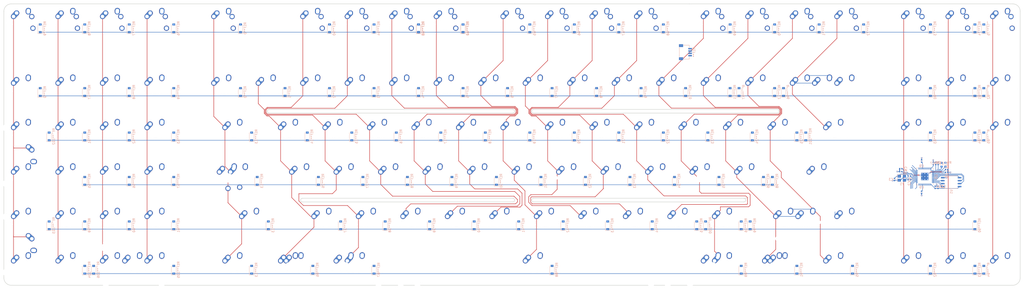
<source format=kicad_pcb>
(kicad_pcb (version 20211014) (generator pcbnew)
  (layers (0 "F.Cu" signal) (31 "B.Cu" signal) (34 "B.Paste" user) (35 "F.Paste" user) (36 "B.SilkS" user "B.Silkscreen") (37 "F.SilkS" user "F.Silkscreen") (38 "B.Mask" user) (39 "F.Mask" user) (44 "Edge.Cuts" user))
  (net 0 "")
  (net 1 "GND")
  (net 2 "+3V3")
  (net 3 "+1V1")
  (net 4 "XTAL_IN")
  (net 5 "XTAL_OUT")
  (net 6 "CS")
  (net 7 "SD0")
  (net 8 "SD1")
  (net 9 "SD2")
  (net 10 "SD3")
  (net 11 "RESET")
  (net 12 "SWD")
  (net 13 "SWCLK")
  (net 14 "XTAL_0")
  (net 15 "D-")
  (net 16 "D+")
  (net 17 "COL0")
  (net 18 "COL1")
  (net 19 "COL2")
  (net 20 "COL3")
  (net 21 "COL4")
  (net 22 "COL5")
  (net 23 "COL6")
  (net 24 "COL7")
  (net 25 "COL8")
  (net 26 "COL9")
  (net 27 "COL10")
  (net 28 "COL11")
  (net 29 "COL12")
  (net 30 "COL13")
  (net 31 "COL14")
  (net 32 "COL15")
  (net 33 "COL16")
  (net 34 "COL17")
  (net 35 "COL18")
  (net 36 "COL19")
  (net 37 "COL20")
  (footprint "MX_Alps:MX-1U-NoLED" (layer "F.Cu") (at 323.85 125.4125)
    (fp_text reference "MX_.1")
    (fp_text value "1U")
  )
  (footprint "MX_Alps:MX-1U-NoLED" (layer "F.Cu") (at 304.8 125.4125)
    (fp_text reference "MX_,1")
    (fp_text value "1U")
  )
  (footprint "MX_Alps:MX-1U-NoLED" (layer "F.Cu") (at 147.6375 68.2625)
    (fp_text reference "MX_#1")
    (fp_text value "1U")
  )
  (footprint "MX_Alps:MX-1U-NoLED" (layer "F.Cu") (at 166.6875 68.2625)
    (fp_text reference "MX_#2")
    (fp_text value "1U")
  )
  (footprint "MX_Alps:MX-1U-NoLED" (layer "F.Cu") (at 185.7375 68.2625)
    (fp_text reference "MX_#3")
    (fp_text value "1U")
  )
  (footprint "MX_Alps:MX-1U-NoLED" (layer "F.Cu") (at 204.7875 68.2625)
    (fp_text reference "MX_#4")
    (fp_text value "1U")
  )
  (footprint "MX_Alps:MX-1U-NoLED" (layer "F.Cu") (at 223.8375 68.2625)
    (fp_text reference "MX_#5")
    (fp_text value "1U")
  )
  (footprint "MX_Alps:MX-1U-NoLED" (layer "F.Cu") (at 242.8875 68.2625)
    (fp_text reference "MX_#6")
    (fp_text value "1U")
  )
  (footprint "MX_Alps:MX-1U-NoLED" (layer "F.Cu") (at 261.9375 68.2625)
    (fp_text reference "MX_#7")
    (fp_text value "1U")
  )
  (footprint "MX_Alps:MX-1U-NoLED" (layer "F.Cu") (at 280.9875 68.2625)
    (fp_text reference "MX_#8")
    (fp_text value "1U")
  )
  (footprint "MX_Alps:MX-1U-NoLED" (layer "F.Cu") (at 300.0375 68.2625)
    (fp_text reference "MX_#9")
    (fp_text value "1U")
  )
  (footprint "MX_Alps:MX-1U-NoLED" (layer "F.Cu") (at 319.0875 68.2625)
    (fp_text reference "MX_#0_1")
    (fp_text value "1U")
  )
  (footprint "MX_Alps:MX-1U-NoLED" (layer "F.Cu") (at 352.425 106.3625)
    (fp_text reference "MX_'1")
    (fp_text value "1U")
  )
  (footprint "MX_Alps:MX-1U-NoLED" (layer "F.Cu") (at 338.1375 68.2625)
    (fp_text reference "MX_-1")
    (fp_text value "1U")
  )
  (footprint "MX_Alps:MX-1U-NoLED" (layer "F.Cu") (at 342.9 125.4125)
    (fp_text reference "MX_/1")
    (fp_text value "1U")
  )
  (footprint "MX_Alps:MX-1U-NoLED" (layer "F.Cu") (at 333.375 106.3625)
    (fp_text reference "MX_;1")
    (fp_text value "1U")
  )
  (footprint "MX_Alps:MX-1U-NoLED" (layer "F.Cu") (at 357.1875 68.2625)
    (fp_text reference "MX_=1")
    (fp_text value "1U")
  )
  (footprint "MX_Alps:MX-1U-NoLED" (layer "F.Cu") (at 347.6625 87.3125)
    (fp_text reference "MX_[1")
    (fp_text value "1U")
  )
  (footprint "MX_Alps:MX-1.5U-NoLED" (layer "F.Cu") (at 390.525 87.3125)
    (fp_text reference "MX_\\1")
    (fp_text value "1.5U")
  )
  (footprint "MX_Alps:MX-1U-NoLED" (layer "F.Cu") (at 366.7125 87.3125)
    (fp_text reference "MX_]1")
    (fp_text value "1U")
  )
  (footprint "MX_Alps:MX-1U-NoLED" (layer "F.Cu") (at 128.5875 68.2625)
    (fp_text reference "MX_`1")
    (fp_text value "1U")
  )
  (footprint "MX_Alps:MX-1U-NoLED" (layer "F.Cu") (at 161.925 106.3625)
    (fp_text reference "MX_A1")
    (fp_text value "1U")
  )
  (footprint "MX_Alps:MX-1U-NoLED" (layer "F.Cu") (at 247.65 125.4125)
    (fp_text reference "MX_B1")
    (fp_text value "1U")
  )
  (footprint "MX_Alps:MX-1U-NoLED" (layer "F.Cu") (at 209.55 125.4125)
    (fp_text reference "MX_C1")
    (fp_text value "1U")
  )
  (footprint "MX_Alps:MX-1U-NoLED" (layer "F.Cu") (at 200.025 106.3625)
    (fp_text reference "MX_D1")
    (fp_text value "1U")
  )
  (footprint "MX_Alps:MX-1U-NoLED" (layer "F.Cu") (at 195.2625 87.3125)
    (fp_text reference "MX_E1")
    (fp_text value "1U")
  )
  (footprint "MX_Alps:MX-1U-NoLED" (layer "F.Cu") (at 128.5875 39.6875)
    (fp_text reference "MX_ESC1")
    (fp_text value "1U")
  )
  (footprint "MX_Alps:MX-1U-NoLED" (layer "F.Cu") (at 219.075 106.3625)
    (fp_text reference "MX_F1")
    (fp_text value "1U")
  )
  (footprint "MX_Alps:MX-1U-NoLED" (layer "F.Cu") (at 166.6875 39.6875)
    (fp_text reference "MX_FN1")
    (fp_text value "1U")
  )
  (footprint "MX_Alps:MX-1U-NoLED" (layer "F.Cu") (at 185.7375 39.6875)
    (fp_text reference "MX_FN2")
    (fp_text value "1U")
  )
  (footprint "MX_Alps:MX-1U-NoLED" (layer "F.Cu") (at 204.7875 39.6875)
    (fp_text reference "MX_FN3")
    (fp_text value "1U")
  )
  (footprint "MX_Alps:MX-1U-NoLED" (layer "F.Cu") (at 223.8375 39.6875)
    (fp_text reference "MX_FN4")
    (fp_text value "1U")
  )
  (footprint "MX_Alps:MX-1U-NoLED" (layer "F.Cu") (at 252.4125 39.6875)
    (fp_text reference "MX_FN5")
    (fp_text value "1U")
  )
  (footprint "MX_Alps:MX-1U-NoLED" (layer "F.Cu") (at 271.4625 39.6875)
    (fp_text reference "MX_FN6")
    (fp_text value "1U")
  )
  (footprint "MX_Alps:MX-1U-NoLED" (layer "F.Cu") (at 290.5125 39.6875)
    (fp_text reference "MX_FN7")
    (fp_text value "1U")
  )
  (footprint "MX_Alps:MX-1U-NoLED" (layer "F.Cu") (at 309.5625 39.6875)
    (fp_text reference "MX_FN8")
    (fp_text value "1U")
  )
  (footprint "MX_Alps:MX-1U-NoLED" (layer "F.Cu") (at 338.1375 39.6875)
    (fp_text reference "MX_FN9")
    (fp_text value "1U")
  )
  (footprint "MX_Alps:MX-1U-NoLED" (layer "F.Cu") (at 357.1875 39.6875)
    (fp_text reference "MX_FN10")
    (fp_text value "1U")
  )
  (footprint "MX_Alps:MX-1U-NoLED" (layer "F.Cu") (at 376.2375 39.6875)
    (fp_text reference "MX_FN11")
    (fp_text value "1U")
  )
  (footprint "MX_Alps:MX-1U-NoLED" (layer "F.Cu") (at 395.2875 39.6875)
    (fp_text reference "MX_FN12")
    (fp_text value "1U")
  )
  (footprint "MX_Alps:MX-1U-NoLED" (layer "F.Cu") (at 238.125 106.3625)
    (fp_text reference "MX_G1")
    (fp_text value "1U")
  )
  (footprint "MX_Alps:MX-1U-NoLED" (layer "F.Cu") (at 257.175 106.3625)
    (fp_text reference "MX_H1")
    (fp_text value "1U")
  )
  (footprint "MX_Alps:MX-1U-NoLED" (layer "F.Cu") (at 290.5125 87.3125)
    (fp_text reference "MX_I1")
    (fp_text value "1U")
  )
  (footprint "MX_Alps:MX-1U-NoLED" (layer "F.Cu") (at 276.225 106.3625)
    (fp_text reference "MX_J1")
    (fp_text value "1U")
  )
  (footprint "MX_Alps:MX-1U-NoLED" (layer "F.Cu") (at 295.275 106.3625)
    (fp_text reference "MX_K1")
    (fp_text value "1U")
  )
  (footprint "MX_Alps:MX-1U-NoLED" (layer "F.Cu") (at 314.325 106.3625)
    (fp_text reference "MX_L1")
    (fp_text value "1U")
  )
  (footprint "MX_Alps:MX-1U-NoLED" (layer "F.Cu") (at 285.75 125.4125)
    (fp_text reference "MX_M1")
    (fp_text value "1U")
  )
  (footprint "MX_Alps:MX-1U-NoLED" (layer "F.Cu") (at 266.7 125.4125)
    (fp_text reference "MX_N1")
    (fp_text value "1U")
  )
  (footprint "MX_Alps:MX-1U-NoLED" (layer "F.Cu") (at 309.5625 87.3125)
    (fp_text reference "MX_O1")
    (fp_text value "1U")
  )
  (footprint "MX_Alps:MX-1U-NoLED" (layer "F.Cu") (at 328.6125 87.3125)
    (fp_text reference "MX_P1")
    (fp_text value "1U")
  )
  (footprint "MX_Alps:MX-1U-NoLED" (layer "F.Cu") (at 157.1625 87.3125)
    (fp_text reference "MX_Q1")
    (fp_text value "1U")
  )
  (footprint "MX_Alps:MX-1U-NoLED" (layer "F.Cu") (at 214.3125 87.3125)
    (fp_text reference "MX_R1")
    (fp_text value "1U")
  )
  (footprint "MX_Alps:MX-2.25U-NoLED" (layer "F.Cu") (at 383.38125 106.3625)
    (fp_text reference "MX_RETURN1")
    (fp_text value "2.25U")
  )
  (footprint "MX_Alps:MX-1U-NoLED" (layer "F.Cu") (at 180.975 106.3625)
    (fp_text reference "MX_S1")
    (fp_text value "1U")
  )
  (footprint "MX_Alps:MX-1U-NoLED" (layer "F.Cu") (at 233.3625 87.3125)
    (fp_text reference "MX_T1")
    (fp_text value "1U")
  )
  (footprint "MX_Alps:MX-1.5U-NoLED" (layer "F.Cu") (at 133.35 87.3125)
    (fp_text reference "MX_TAB1")
    (fp_text value "1.5U")
  )
  (footprint "MX_Alps:MX-1U-NoLED" (layer "F.Cu") (at 271.4625 87.3125)
    (fp_text reference "MX_U1")
    (fp_text value "1U")
  )
  (footprint "MX_Alps:MX-1U-NoLED" (layer "F.Cu") (at 228.6 125.4125)
    (fp_text reference "MX_V1")
    (fp_text value "1U")
  )
  (footprint "MX_Alps:MX-1U-NoLED" (layer "F.Cu") (at 176.2125 87.3125)
    (fp_text reference "MX_W1")
    (fp_text value "1U")
  )
  (footprint "MX_Alps:MX-1U-NoLED" (layer "F.Cu") (at 190.5 125.4125)
    (fp_text reference "MX_X1")
    (fp_text value "1U")
  )
  (footprint "MX_Alps:MX-1U-NoLED" (layer "F.Cu") (at 252.4125 87.3125)
    (fp_text reference "MX_Y1")
    (fp_text value "1U")
  )
  (footprint "MX_Alps:MX-1U-NoLED" (layer "F.Cu") (at 171.45 125.4125)
    (fp_text reference "MX_Z1")
    (fp_text value "1U")
  )
  (footprint "MX_Alps:MX-2U-ReversedStabilizers-NoLED" (layer "F.Cu") (at 385.7625 68.2625)
    (fp_text reference "MX_BACK1")
    (fp_text value "2U")
  )
  (footprint "MX_Alps:MX-1U-NoLED" (layer "F.Cu") (at 376.2375 68.2625)
    (fp_text reference "MX_BACK2")
    (fp_text value "1U")
  )
  (footprint "MX_Alps:MX-1U-NoLED" (layer "F.Cu") (at 395.2875 68.2625)
    (fp_text reference "MX_BACK3")
    (fp_text value "1U")
  )
  (footprint "MX_Alps:MX-1.75U-NoLED" (layer "F.Cu") (at 135.73125 106.3625)
    (fp_text reference "MX_CLOCK1")
    (fp_text value "1.75U")
  )
  (footprint "MX_Alps:MX-1.25U-NoLED" (layer "F.Cu") (at 130.96875 106.3625)
    (fp_text reference "MX_CLOCK2")
    (fp_text value "MX-1.25U")
  )
  (footprint "MX_Alps:MX-1U-NoLED" (layer "F.Cu") (at 423.8625 87.3125)
    (fp_text reference "MX_DEL1")
    (fp_text value "1U")
  )
  (footprint "MX_Alps:MX-1U-NoLED" (layer "F.Cu") (at 442.9125 144.4625)
    (fp_text reference "MX_DN1")
    (fp_text value "1U")
  )
  (footprint "MX_Alps:MX-1U-NoLED" (layer "F.Cu") (at 442.9125 87.3125)
    (fp_text reference "MX_END1")
    (fp_text value "1U")
  )
  (footprint "MX_Alps:MX-1U-NoLED" (layer "F.Cu") (at 442.9125 68.2625)
    (fp_text reference "MX_HOME1")
    (fp_text value "1U")
  )
  (footprint "MX_Alps:MX-1U-NoLED" (layer "F.Cu") (at 423.8625 68.2625)
    (fp_text reference "MX_INS1")
    (fp_text value "1U")
  )
  (footprint "MX_Alps:MX-1.5U-NoLED" (layer "F.Cu") (at 133.35 144.4625)
    (fp_text reference "MX_LCTRL2")
    (fp_text value "MX-1.5U")
  )
  (footprint "MX_Alps:MX-1U-NoLED" (layer "F.Cu") (at 423.8625 144.4625)
    (fp_text reference "MX_LFT1")
    (fp_text value "1U")
  )
  (footprint "MX_Alps:MX-2.25U-ReversedStabilizers-NoLED" (layer "F.Cu") (at 140.49375 125.4125)
    (fp_text reference "MX_LSHIFT1")
    (fp_text value "2.25U")
  )
  (footprint "MX_Alps:MX-1U-NoLED" (layer "F.Cu") (at 461.9625 39.6875)
    (fp_text reference "MX_PAUSE1")
    (fp_text value "1U")
  )
  (footprint "MX_Alps:MX-1U-NoLED" (layer "F.Cu") (at 461.9625 87.3125)
    (fp_text reference "MX_PGDN1")
    (fp_text value "1U")
  )
  (footprint "MX_Alps:MX-1U-NoLED" (layer "F.Cu") (at 461.9625 68.2625)
    (fp_text reference "MX_PGUP1")
    (fp_text value "1U")
  )
  (footprint "MX_Alps:MX-1U-NoLED" (layer "F.Cu") (at 423.8625 39.6875)
    (fp_text reference "MX_PRINT1")
    (fp_text value "1U")
  )
  (footprint "MX_Alps:MX-2.75U-ReversedStabilizers-NoLED" (layer "F.Cu") (at 378.61875 125.4125)
    (fp_text reference "MX_RSHIFT1")
    (fp_text value "2.75U")
  )
  (footprint "MX_Alps:MX-1.75U-NoLED" (layer "F.Cu") (at 369.09375 125.4125)
    (fp_text reference "MX_RSHIFT2")
    (fp_text value "1.75U")
  )
  (footprint "MX_Alps:MX-1U-NoLED" (layer "F.Cu") (at 395.2875 125.4125)
    (fp_text reference "MX_RSHIFT3")
    (fp_text value "1U")
  )
  (footprint "MX_Alps:MX-1U-NoLED" (layer "F.Cu") (at 461.9625 144.4625)
    (fp_text reference "MX_RT1")
    (fp_text value "1U")
  )
  (footprint "MX_Alps:MX-1U-NoLED" (layer "F.Cu") (at 442.9125 39.6875)
    (fp_text reference "MX_SLOCK1")
    (fp_text value "1U")
  )
  (footprint "MX_Alps:MX-10U-ReversedStabilizers-NoLED" (layer "F.Cu") (at 261.9375 144.4625)
    (fp_text reference "MX_SP2")
    (fp_text value "MX-7U")
  )
  (footprint "MX_Alps:MX-1U-NoLED" (layer "F.Cu") (at 442.9125 125.4125)
    (fp_text reference "MX_UP1")
    (fp_text value "1U")
  )
  (footprint "MX_Alps:MX-1.5U-NoLED" (layer "F.Cu") (at 180.975 144.4625)
    (fp_text reference "MX_LALT2")
    (fp_text value "MX-1.5U")
  )
  (footprint "MX_Alps:MX-1U-NoLED" (layer "F.Cu") (at 157.1625 144.4625)
    (fp_text reference "MX_LGUI2")
    (fp_text value "MX-1U")
  )
  (footprint "MX_Alps:MX-1.5U-NoLED" (layer "F.Cu") (at 342.9 144.4625)
    (fp_text reference "MX_RALT2")
    (fp_text value "1.5U")
  )
  (footprint "MX_Alps:MX-1.5U-NoLED" (layer "F.Cu") (at 390.525 144.4625)
    (fp_text reference "MX_RCTRL2")
    (fp_text value "1.5U")
  )
  (footprint "MX_Alps:MX-1U-NoLED" (layer "F.Cu") (at 366.7125 144.4625)
    (fp_text reference "MX_RGUI2")
    (fp_text value "1U")
  )
  (footprint "MX_Alps:MX-1U-NoLED" (layer "F.Cu") (at 42.8625 39.6875)
    (fp_text reference "MX_NUM1")
    (fp_text value "1U")
  )
  (footprint "MX_Alps:MX-1U-NoLED" (layer "F.Cu") (at 61.9125 39.6875)
    (fp_text reference "MX_NUM2")
    (fp_text value "1U")
  )
  (footprint "MX_Alps:MX-1U-NoLED" (layer "F.Cu") (at 80.9625 39.6875)
    (fp_text reference "MX_NUM3")
    (fp_text value "1U")
  )
  (footprint "MX_Alps:MX-1U-NoLED" (layer "F.Cu") (at 100.0125 39.6875)
    (fp_text reference "MX_NUM4")
    (fp_text value "1U")
  )
  (footprint "MX_Alps:MX-1U-NoLED" (layer "F.Cu") (at 42.8625 68.2625)
    (fp_text reference "MX_NUM5")
    (fp_text value "1U")
  )
  (footprint "MX_Alps:MX-1U-NoLED" (layer "F.Cu") (at 61.9125 68.2625)
    (fp_text reference "MX_NUM6")
    (fp_text value "1U")
  )
  (footprint "MX_Alps:MX-1U-NoLED" (layer "F.Cu") (at 80.9625 68.2625)
    (fp_text reference "MX_NUM7")
    (fp_text value "1U")
  )
  (footprint "MX_Alps:MX-1U-NoLED" (layer "F.Cu") (at 100.0125 68.2625)
    (fp_text reference "MX_NUM8")
    (fp_text value "1U")
  )
  (footprint "MX_Alps:MX-1U-NoLED" (layer "F.Cu") (at 42.8625 87.3125)
    (fp_text reference "MX_NUM9")
    (fp_text value "1U")
  )
  (footprint "MX_Alps:MX-1U-NoLED" (layer "F.Cu") (at 61.9125 87.3125)
    (fp_text reference "MX_NUM10")
    (fp_text value "1U")
  )
  (footprint "MX_Alps:MX-1U-NoLED" (layer "F.Cu") (at 80.9625 87.3125)
    (fp_text reference "MX_NUM11")
    (fp_text value "1U")
  )
  (footprint "MX_Alps:MX-1U-NoLED" (layer "F.Cu") (at 100.0125 87.3125)
    (fp_text reference "MX_NUM12")
    (fp_text value "1U")
  )
  (footprint "MX_Alps:MX-1U-NoLED" (layer "F.Cu") (at 42.8625 106.3625)
    (fp_text reference "MX_NUM13")
    (fp_text value "1U")
  )
  (footprint "MX_Alps:MX-1U-NoLED" (layer "F.Cu") (at 61.9125 106.3625)
    (fp_text reference "MX_NUM14")
    (fp_text value "1U")
  )
  (footprint "MX_Alps:MX-1U-NoLED" (layer "F.Cu") (at 80.9625 106.3625)
    (fp_text reference "MX_NUM15")
    (fp_text value "1U")
  )
  (footprint "MX_Alps:MX-1U-NoLED" (layer "F.Cu") (at 100.0125 106.3625)
    (fp_text reference "MX_NUM16")
    (fp_text value "1U")
  )
  (footprint "MX_Alps:MX-1U-NoLED" (layer "F.Cu") (at 42.8625 125.4125)
    (fp_text reference "MX_NUM17")
    (fp_text value "1U")
  )
  (footprint "MX_Alps:MX-1U-NoLED" (layer "F.Cu") (at 61.9125 125.4125)
    (fp_text reference "MX_NUM18")
    (fp_text value "1U")
  )
  (footprint "MX_Alps:MX-1U-NoLED" (layer "F.Cu") (at 80.9625 125.4125)
    (fp_text reference "MX_NUM19")
    (fp_text value "1U")
  )
  (footprint "MX_Alps:MX-1U-NoLED" (layer "F.Cu") (at 100.0125 125.4125)
    (fp_text reference "MX_NUM20")
    (fp_text value "1U")
  )
  (footprint "MX_Alps:MX-1U-NoLED" (layer "F.Cu") (at 42.8625 144.4625)
    (fp_text reference "MX_NUM21")
    (fp_text value "1U")
  )
  (footprint "MX_Alps:MX-1U-NoLED" (layer "F.Cu") (at 61.9125 144.4625)
    (fp_text reference "MX_NUM22")
    (fp_text value "1U")
  )
  (footprint "MX_Alps:MX-1U-NoLED" (layer "F.Cu") (at 80.9625 144.4625)
    (fp_text reference "MX_NUM23")
    (fp_text value "1U")
  )
  (footprint "MX_Alps:MX-1U-NoLED" (layer "F.Cu") (at 100.0125 144.4625)
    (fp_text reference "MX_NUM24")
    (fp_text value "1U")
  )
  (footprint "Alps_Only:ALPS-1U" (layer "F.Cu") (at 42.8625 39.6875 -90)
    (fp_text reference "MX_ESC1")
    (fp_text value "1U")
  )
  (footprint "Alps_Only:ALPS-1U" (layer "F.Cu") (at 128.5875 39.6875 -90)
    (fp_text reference "MX_ESC1")
    (fp_text value "1U")
  )
  (footprint "Alps_Only:ALPS-1U" (layer "F.Cu") (at 309.5625 39.6875 -90)
    (fp_text reference "MX_NUM1")
    (fp_text value "1U")
  )
  (footprint "Alps_Only:ALPS-1U" (layer "F.Cu") (at 100.0125 39.6875 -90)
    (fp_text reference "MX_ESC1")
    (fp_text value "1U")
  )
  (footprint "Alps_Only:ALPS-1U" (layer "F.Cu") (at 252.4125 39.6875 -90)
    (fp_text reference "MX_FN5")
    (fp_text value "1U")
  )
  (footprint "Alps_Only:ALPS-1U" (layer "F.Cu") (at 338.1375 39.6875 -90)
    (fp_text reference "MX_NUM1")
    (fp_text value "1U")
  )
  (footprint "Alps_Only:ALPS-1U" (layer "F.Cu") (at 290.5125 39.6875 -90)
    (fp_text reference "MX_NUM1")
    (fp_text value "1U")
  )
  (footprint "MX_Alps:MX-7U-ReversedStabilizers-NoLED" (layer "F.Cu") (at 261.9375 144.4625)
    (fp_text reference "MX_SP1")
    (fp_text value "MX-7U")
  )
  (footprint "Alps_Only:ALPS-1U" (layer "F.Cu") (at 271.4625 39.6875 -90)
    (fp_text reference "MX_FN6")
    (fp_text value "1U")
  )
  (footprint "MX_Alps:MX-1.25U-NoLED" (layer "F.Cu") (at 364.33125 144.4625)
    (fp_text reference "MX_RGUI3")
    (fp_text value "1U")
  )
  (footprint "Alps_Only:ALPS-1U" (layer "F.Cu") (at 204.7875 39.6875 -90)
    (fp_text reference "MX_FN3")
    (fp_text value "1U")
  )
  (footprint "Alps_Only:ALPS-1U" (layer "F.Cu") (at 395.2875 39.6875 -90)
    (fp_text reference "MX_NUM1")
    (fp_text value "1U")
  )
  (footprint "MX_Alps:MX-1.5U-NoLED" (layer "F.Cu") (at 185.7375 144.4625)
    (fp_text reference "MX_LALT3")
    (fp_text value "MX-1.5U")
  )
  (footprint "Alps_Only:ALPS-1U" (layer "F.Cu") (at 423.8625 39.6875 -90)
    (fp_text reference "MX_NUM1")
    (fp_text value "1U")
  )
  (footprint "Alps_Only:ALPS-1U" (layer "F.Cu") (at 185.7375 39.6875 -90)
    (fp_text reference "MX_FN2")
    (fp_text value "1U")
  )
  (footprint "Alps_Only:ALPS-1.5U" (layer "F.Cu") (at 133.35 106.3625 180)
    (fp_text reference "MX_CLOCK3")
    (fp_text value "MX-1.25U")
  )
  (footprint "MX_Alps:MX-2U-ReversedStabilizers-NoLED" (layer "F.Cu") (at 42.8625 96.8375 -90)
    (fp_text reference "MX_NUM_EX6")
    (fp_text value "MX-2U")
  )
  (footprint "MX_Alps:MX-2U-ReversedStabilizers-NoLED" (layer "F.Cu") (at 90.4875 144.4625)
    (fp_text reference "MX_NUM_EX4")
    (fp_text value "MX-2U")
  )
  (footprint "Alps_Only:ALPS-1U" (layer "F.Cu") (at 461.9625 39.6875 -90)
    (fp_text reference "MX_NUM1")
    (fp_text value "1U")
  )
  (footprint "Alps_Only:ALPS-1U" (layer "F.Cu") (at 223.8375 39.6875 -90)
    (fp_text reference "MX_FN4")
    (fp_text value "1U")
  )
  (footprint "Alps_Only:ALPS-1U" (layer "F.Cu") (at 442.9125 39.6875 -90)
    (fp_text reference "MX_NUM1")
    (fp_text value "1U")
  )
  (footprint "Alps_Only:ALPS-1U" (layer "F.Cu") (at 376.2375 39.6875 -90)
    (fp_text reference "MX_NUM1")
    (fp_text value "1U")
  )
  (footprint "Alps_Only:ALPS-1U" (layer "F.Cu") (at 357.1875 39.6875 -90)
    (fp_text reference "MX_NUM1")
    (fp_text value "1U")
  )
  (footprint "Alps_Only:ALPS-1U" (layer "F.Cu") (at 80.9625 39.6875 -90)
    (fp_text reference "MX_ESC1")
    (fp_text value "1U")
  )
  (footprint "MX_Alps:MX-1.5U-NoLED" (layer "F.Cu") (at 338.1375 144.4625)
    (fp_text reference "MX_RALT3")
    (fp_text value "1.5U")
  )
  (footprint "Alps_Only:ALPS-1U" (layer "F.Cu") (at 166.6875 39.6875 -90)
    (fp_text reference "MX_FN1")
    (fp_text value "1U")
  )
  (footprint "MX_Alps:MX-6.5U-ReversedStabilizers-NoLED" (layer "F.Cu") (at 261.9375 144.4625)
    (fp_text reference "MX_SP3")
    (fp_text value "MX-7U")
  )
  (footprint "MX_Alps:MX-2U-ReversedStabilizers-NoLED" (layer "F.Cu") (at 42.8625 134.9375 -90)
    (fp_text reference "MX_NUM_EX5")
    (fp_text value "MX-2U")
  )
  (footprint "Alps_Only:ALPS-1U" (layer "F.Cu") (at 61.9125 39.6875 -90)
    (fp_text reference "MX_ESC1")
    (fp_text value "1U")
  )
  (footprint "MX_Alps:MX-1.25U-NoLED" (layer "F.Cu") (at 159.54375 144.4625)
    (fp_text reference "MX_LGUI3")
    (fp_text value "MX-1U")
  )
  (footprint "Capacitor_SMD:C_0402_1005Metric" (layer "B.Cu") (at 433.77556 100.149012 90)
    (fp_text reference "C7")
    (fp_text value "1uF")
  )
  (footprint "random-keyboard-parts:D_SOD-123-Pretty" (layer "B.Cu") (at 431.4825 69.5325 90)
    (fp_text reference "REF**80")
    (fp_text value "D_SOD-123-Pretty")
  )
  (footprint "random-keyboard-parts:D_SOD-123-Pretty" (layer "B.Cu") (at 368.6175 69.5325 90)
    (fp_text reference "REF**96")
    (fp_text value "D_SOD-123-Pretty")
  )
  (footprint "random-keyboard-parts:D_SOD-123-Pretty" (layer "B.Cu") (at 350.52 145.7325 90)
    (fp_text reference "REF**89")
    (fp_text value "D_SOD-123-Pretty")
  )
  (footprint "random-keyboard-parts:D_SOD-123-Pretty" (layer "B.Cu") (at 321.945 107.6325 90)
    (fp_text reference "REF**34")
    (fp_text value "D_SOD-123-Pretty")
  )
  (footprint "random-keyboard-parts:D_SOD-123-Pretty" (layer "B.Cu") (at 54.2925 88.5825 90)
    (fp_text reference "REF**102")
    (fp_text value "D_SOD-123-Pretty")
  )
  (footprint "random-keyboard-parts:D_SOD-123-Pretty" (layer "B.Cu") (at 312.42 126.6825 90)
    (fp_text reference "REF**44")
    (fp_text value "D_SOD-123-Pretty")
  )
  (footprint "random-keyboard-parts:D_SOD-123-Pretty" (layer "B.Cu") (at 198.12 126.6825 90)
    (fp_text reference "REF**38")
    (fp_text value "D_SOD-123-Pretty")
  )
  (footprint "random-keyboard-parts:D_SOD-123-Pretty" (layer "B.Cu") (at 193.3575 145.7325 90)
    (fp_text reference "REF**87")
    (fp_text value "D_SOD-123-Pretty")
  )
  (footprint "random-keyboard-parts:D_SOD-123-Pretty" (layer "B.Cu") (at 378.1425 88.5825 90)
    (fp_text reference "REF**101")
    (fp_text value "D_SOD-123-Pretty")
  )
  (footprint "random-keyboard-parts:D_SOD-123-Pretty" (layer "B.Cu") (at 383.8575 42.2275 90)
    (fp_text reference "REF**71")
    (fp_text value "D_SOD-123-Pretty")
  )
  (footprint "random-keyboard-parts:D_SOD-123-Pretty" (layer "B.Cu") (at 317.1825 42.2275 90)
    (fp_text reference "REF**68")
    (fp_text value "D_SOD-123-Pretty")
  )
  (footprint "random-keyboard-parts:D_SOD-123-Pretty" (layer "B.Cu") (at 354.33 126.6825 90)
    (fp_text reference "REF**99")
    (fp_text value "D_SOD-123-Pretty")
  )
  (footprint "Capacitor_SMD:C_0402_1005Metric" (layer "B.Cu") (at 422.44593 107.109541 180)
    (fp_text reference "C2")
    (fp_text value "22pF")
  )
  (footprint "random-keyboard-parts:D_SOD-123-Pretty" (layer "B.Cu") (at 69.5325 126.6825 90)
    (fp_text reference "REF**59")
    (fp_text value "D_SOD-123-Pretty")
  )
  (footprint "random-keyboard-parts:D_SOD-123-Pretty" (layer "B.Cu") (at 269.5575 145.7325 90)
    (fp_text reference "REF**88")
    (fp_text value "D_SOD-123-Pretty")
  )
  (footprint "random-keyboard-parts:D_SOD-123-Pretty" (layer "B.Cu") (at 202.8825 88.5825 90)
    (fp_text reference "REF**16")
    (fp_text value "D_SOD-123-Pretty")
  )
  (footprint "Capacitor_SMD:C_0402_1005Metric" (layer "B.Cu") (at 438.441439 102.782494)
    (fp_text reference "C12")
    (fp_text value "100nF")
  )
  (footprint "random-keyboard-parts:D_SOD-123-Pretty" (layer "B.Cu") (at 245.745 107.6325 90)
    (fp_text reference "REF**30")
    (fp_text value "D_SOD-123-Pretty")
  )
  (footprint "random-keyboard-parts:D_SOD-123-Pretty" (layer "B.Cu") (at 155.2575 69.5325 90)
    (fp_text reference "REF**1")
    (fp_text value "D_SOD-123-Pretty")
  )
  (footprint "Capacitor_SMD:C_0402_1005Metric" (layer "B.Cu") (at 434.79156 100.149012 90)
    (fp_text reference "C4")
    (fp_text value "1uF")
  )
  (footprint "random-keyboard-parts:D_SOD-123-Pretty" (layer "B.Cu") (at 364.8075 42.2275 90)
    (fp_text reference "REF**70")
    (fp_text value "D_SOD-123-Pretty")
  )
  (footprint "random-keyboard-parts:D_SOD-123-Pretty" (layer "B.Cu") (at 236.22 126.6825 90)
    (fp_text reference "REF**40")
    (fp_text value "D_SOD-123-Pretty")
  )
  (footprint "random-keyboard-parts:D_SOD-123-Pretty" (layer "B.Cu") (at 450.5325 42.2275 90)
    (fp_text reference "REF**74")
    (fp_text value "D_SOD-123-Pretty")
  )
  (footprint "Capacitor_SMD:C_0402_1005Metric" (layer "B.Cu") (at 427.71998 99.123846 90)
    (fp_text reference "C9")
    (fp_text value "100nF")
  )
  (footprint "random-keyboard-parts:D_SOD-123-Pretty" (layer "B.Cu") (at 136.2075 69.5325 90)
    (fp_text reference "REF**0")
    (fp_text value "D_SOD-123-Pretty")
  )
  (footprint "random-keyboard-parts:D_SOD-123-Pretty" (layer "B.Cu") (at 188.595 107.6325 90)
    (fp_text reference "REF**27")
    (fp_text value "D_SOD-123-Pretty")
  )
  (footprint "random-keyboard-parts:D_SOD-123-Pretty" (layer "B.Cu") (at 264.795 107.6325 90)
    (fp_text reference "REF**31")
    (fp_text value "D_SOD-123-Pretty")
  )
  (footprint "random-keyboard-parts:D_SOD-123-Pretty" (layer "B.Cu") (at 454.3425 42.2275 90)
    (fp_text reference "REF**75")
    (fp_text value "D_SOD-123-Pretty")
  )
  (footprint "random-keyboard-parts:D_SOD-123-Pretty" (layer "B.Cu") (at 454.3425 145.7325 90)
    (fp_text reference "REF**94")
    (fp_text value "D_SOD-123-Pretty")
  )
  (footprint "Capacitor_SMD:C_0402_1005Metric" (layer "B.Cu") (at 432.723532 100.16191 90)
    (fp_text reference "C14")
    (fp_text value "100nF")
  )
  (footprint "random-keyboard-parts:D_SOD-123-Pretty" (layer "B.Cu") (at 326.7075 69.5325 90)
    (fp_text reference "REF**10")
    (fp_text value "D_SOD-123-Pretty")
  )
  (footprint "random-keyboard-parts:D_SOD-123-Pretty" (layer "B.Cu") (at 269.5575 69.5325 90)
    (fp_text reference "REF**7")
    (fp_text value "D_SOD-123-Pretty")
  )
  (footprint "random-keyboard-parts:D_SOD-123-Pretty" (layer "B.Cu") (at 217.17 126.6825 90)
    (fp_text reference "REF**39")
    (fp_text value "D_SOD-123-Pretty")
  )
  (footprint "random-keyboard-parts:D_SOD-123-Pretty" (layer "B.Cu") (at 73.3425 145.7325 90)
    (fp_text reference "REF**106")
    (fp_text value "D_SOD-123-Pretty")
  )
  (footprint "random-keyboard-parts:D_SOD-123-Pretty" (layer "B.Cu") (at 307.6575 69.5325 90)
    (fp_text reference "REF**9")
    (fp_text value "D_SOD-123-Pretty")
  )
  (footprint "random-keyboard-parts:D_SOD-123-Pretty" (layer "B.Cu") (at 207.645 107.6325 90)
    (fp_text reference "REF**28")
    (fp_text value "D_SOD-123-Pretty")
  )
  (footprint "Capacitor_SMD:C_0402_1005Metric" (layer "B.Cu") (at 418.778603 103.665886 180)
    (fp_text reference "C9")
    (fp_text value "100nF")
  )
  (footprint "random-keyboard-parts:D_SOD-123-Pretty" (layer "B.Cu") (at 136.2075 42.2275 90)
    (fp_text reference "REF**0")
    (fp_text value "D_SOD-123-Pretty")
  )
  (footprint "random-keyboard-parts:D_SOD-123-Pretty" (layer "B.Cu") (at 54.2925 126.6825 90)
    (fp_text reference "REF**103")
    (fp_text value "D_SOD-123-Pretty")
  )
  (footprint "Capacitor_SMD:C_0402_1005Metric" (layer "B.Cu") (at 427.704657 112.551185 -90)
    (fp_text reference "C9")
    (fp_text value "100nF")
  )
  (footprint "random-keyboard-parts:D_SOD-123-Pretty" (layer "B.Cu") (at 231.4575 69.5325 90)
    (fp_text reference "REF**5")
    (fp_text value "D_SOD-123-Pretty")
  )
  (footprint "random-keyboard-parts:D_SOD-123-Pretty" (layer "B.Cu") (at 69.5325 88.5825 90)
    (fp_text reference "REF**51")
    (fp_text value "D_SOD-123-Pretty")
  )
  (footprint "random-keyboard-parts:D_SOD-123-Pretty" (layer "B.Cu") (at 88.5825 107.6325 90)
    (fp_text reference "REF**56")
    (fp_text value "D_SOD-123-Pretty")
  )
  (footprint "random-keyboard-parts:D_SOD-123-Pretty" (layer "B.Cu") (at 374.3325 88.5825 90)
    (fp_text reference "REF**25")
    (fp_text value "D_SOD-123-Pretty")
  )
  (footprint "random-keyboard-parts:D_SOD-123-Pretty" (layer "B.Cu") (at 255.27 126.6825 90)
    (fp_text reference "REF**41")
    (fp_text value "D_SOD-123-Pretty")
  )
  (footprint "random-keyboard-parts:D_SOD-123-Pretty" (layer "B.Cu") (at 69.5325 145.7325 90)
    (fp_text reference "REF**104")
    (fp_text value "D_SOD-123-Pretty")
  )
  (footprint "random-keyboard-parts:D_SOD-123-Pretty" (layer "B.Cu") (at 250.5075 69.5325 90)
    (fp_text reference "REF**6")
    (fp_text value "D_SOD-123-Pretty")
  )
  (footprint "random-keyboard-parts:D_SOD-123-Pretty" (layer "B.Cu") (at 226.695 107.6325 90)
    (fp_text reference "REF**29")
    (fp_text value "D_SOD-123-Pretty")
  )
  (footprint "random-keyboard-parts:D_SOD-123-Pretty" (layer "B.Cu") (at 398.145 145.7325 90)
    (fp_text reference "REF**95")
    (fp_text value "D_SOD-123-Pretty")
  )
  (footprint "random-keyboard-parts:D_SOD-123-Pretty" (layer "B.Cu") (at 431.4825 42.2275 90)
    (fp_text reference "REF**73")
    (fp_text value "D_SOD-123-Pretty")
  )
  (footprint "random-keyboard-parts:D_SOD-123-Pretty" (layer "B.Cu") (at 174.3075 42.2275 90)
    (fp_text reference "REF**50")
    (fp_text value "D_SOD-123-Pretty")
  )
  (footprint "random-keyboard-parts:D_SOD-123-Pretty" (layer "B.Cu") (at 279.0825 42.2275 90)
    (fp_text reference "REF**66")
    (fp_text value "D_SOD-123-Pretty")
  )
  (footprint "Crystal:Crystal_SMD_3225-4Pin_3.2x2.5mm" (layer "B.Cu") (at 419.280129 106.500355)
    (fp_text reference "Y1")
    (fp_text value "12MHz")
  )
  (footprint "random-keyboard-parts:D_SOD-123-Pretty" (layer "B.Cu") (at 283.845 107.6325 90)
    (fp_text reference "REF**32")
    (fp_text value "D_SOD-123-Pretty")
  )
  (footprint "random-keyboard-parts:D_SOD-123-Pretty" (layer "B.Cu") (at 212.4075 42.2275 90)
    (fp_text reference "REF**63")
    (fp_text value "D_SOD-123-Pretty")
  )
  (footprint "random-keyboard-parts:D_SOD-123-Pretty" (layer "B.Cu") (at 260.0325 88.5825 90)
    (fp_text reference "REF**19")
    (fp_text value "D_SOD-123-Pretty")
  )
  (footprint "random-keyboard-parts:D_SOD-123-Pretty" (layer "B.Cu") (at 317.1825 88.5825 90)
    (fp_text reference "REF**22")
    (fp_text value "D_SOD-123-Pretty")
  )
  (footprint "random-keyboard-parts:D_SOD-123-Pretty" (layer "B.Cu") (at 212.4075 69.5325 90)
    (fp_text reference "REF**4")
    (fp_text value "D_SOD-123-Pretty")
  )
  (footprint "random-keyboard-parts:D_SOD-123-Pretty" (layer "B.Cu") (at 336.2325 88.5825 90)
    (fp_text reference "REF**23")
    (fp_text value "D_SOD-123-Pretty")
  )
  (footprint "Sleep-Lib:RP2040-QFN-56" (layer "B.Cu") (at 429.073109 105.766294 90)
    (fp_text reference "U3")
    (fp_text value "RP2040")
  )
  (footprint "random-keyboard-parts:D_SOD-123-Pretty" (layer "B.Cu") (at 167.16375 145.7325 90)
    (fp_text reference "REF**86")
    (fp_text value "D_SOD-123-Pretty")
  )
  (footprint "random-keyboard-parts:D_SOD-123-Pretty" (layer "B.Cu") (at 212.4075 42.2275 90)
    (fp_text reference "REF**58")
    (fp_text value "D_SOD-123-Pretty")
  )
  (footprint "random-keyboard-parts:D_SOD-123-Pretty" (layer "B.Cu") (at 88.5825 42.2275 90)
    (fp_text reference "REF**77")
    (fp_text value "D_SOD-123-Pretty")
  )
  (footprint "random-keyboard-parts:D_SOD-123-Pretty" (layer "B.Cu") (at 302.895 107.6325 90)
    (fp_text reference "REF**33")
    (fp_text value "D_SOD-123-Pretty")
  )
  (footprint "random-keyboard-parts:D_SOD-123-Pretty" (layer "B.Cu") (at 107.6325 88.5825 90)
    (fp_text reference "REF**53")
    (fp_text value "D_SOD-123-Pretty")
  )
  (footprint "random-keyboard-parts:D_SOD-123-Pretty" (layer "B.Cu") (at 431.4825 145.7325 90)
    (fp_text reference "REF**92")
    (fp_text value "D_SOD-123-Pretty")
  )
  (footprint "random-keyboard-parts:D_SOD-123-Pretty" (layer "B.Cu") (at 164.7825 88.5825 90)
    (fp_text reference "REF**14")
    (fp_text value "D_SOD-123-Pretty")
  )
  (footprint "random-keyboard-parts:D_SOD-123-Pretty" (layer "B.Cu") (at 231.4575 42.2275 90)
    (fp_text reference "REF**62")
    (fp_text value "D_SOD-123-Pretty")
  )
  (footprint "random-keyboard-parts:D_SOD-123-Pretty" (layer "B.Cu") (at 107.6325 145.7325 90)
    (fp_text reference "REF**105")
    (fp_text value "D_SOD-123-Pretty")
  )
  (footprint "random-keyboard-parts:D_SOD-123-Pretty" (layer "B.Cu") (at 298.1325 42.2275 90)
    (fp_text reference "REF**67")
    (fp_text value "D_SOD-123-Pretty")
  )
  (footprint "random-keyboard-parts:D_SOD-123-Pretty" (layer "B.Cu") (at 340.995 107.6325 90)
    (fp_text reference "REF**35")
    (fp_text value "D_SOD-123-Pretty")
  )
  (footprint "random-keyboard-parts:D_SOD-123-Pretty" (layer "B.Cu") (at 450.5325 145.7325 90)
    (fp_text reference "REF**93")
    (fp_text value "D_SOD-123-Pretty")
  )
  (footprint "random-keyboard-parts:D_SOD-123-Pretty" (layer "B.Cu") (at 431.4825 88.5825 90)
    (fp_text reference "REF**83")
    (fp_text value "D_SOD-123-Pretty")
  )
  (footprint "random-keyboard-parts:D_SOD-123-Pretty" (layer "B.Cu") (at 88.5825 126.6825 90)
    (fp_text reference "REF**60")
    (fp_text value "D_SOD-123-Pretty")
  )
  (footprint "random-keyboard-parts:D_SOD-123-Pretty" (layer "B.Cu") (at 450.5325 126.6825 90)
    (fp_text reference "REF**90")
    (fp_text value "D_SOD-123-Pretty")
  )
  (footprint "Capacitor_SMD:C_0402_1005Metric" (layer "B.Cu") (at 416.128795 107.025804 90)
    (fp_text reference "C3")
    (fp_text value "22pF")
  )
  (footprint "Resistor_SMD:R_0402_1005Metric" (layer "B.Cu") (at 422.44848 105.586651)
    (fp_text reference "R7")
    (fp_text value "1k")
  )
  (footprint "random-keyboard-parts:D_SOD-123-Pretty" (layer "B.Cu") (at 240.9825 88.5825 90)
    (fp_text reference "REF**18")
    (fp_text value "D_SOD-123-Pretty")
  )
  (footprint "random-keyboard-parts:D_SOD-123-Pretty" (layer "B.Cu") (at 350.52 126.6825 90)
    (fp_text reference "REF**46")
    (fp_text value "D_SOD-123-Pretty")
  )
  (footprint "random-keyboard-parts:D_SOD-123-Pretty" (layer "B.Cu") (at 454.3425 69.5325 90)
    (fp_text reference "REF**82")
    (fp_text value "D_SOD-123-Pretty")
  )
  (footprint "random-keyboard-parts:D_SOD-123-Pretty" (layer "B.Cu") (at 355.2825 88.5825 90)
    (fp_text reference "REF**24")
    (fp_text value "D_SOD-123-Pretty")
  )
  (footprint "random-keyboard-parts:D_SOD-123-Pretty" (layer "B.Cu") (at 450.5325 88.5825 90)
    (fp_text reference "REF**84")
    (fp_text value "D_SOD-123-Pretty")
  )
  (footprint "random-keyboard-parts:D_SOD-123-Pretty" (layer "B.Cu") (at 454.3425 88.5825 90)
    (fp_text reference "REF**85")
    (fp_text value "D_SOD-123-Pretty")
  )
  (footprint "random-keyboard-parts:D_SOD-123-Pretty" (layer "B.Cu") (at 140.97 145.7325 90)
    (fp_text reference "REF**13")
    (fp_text value "D_SOD-123-Pretty")
  )
  (footprint "random-keyboard-parts:D_SOD-123-Pretty" (layer "B.Cu") (at 193.3575 69.5325 90)
    (fp_text reference "REF**3")
    (fp_text value "D_SOD-123-Pretty")
  )
  (footprint "random-keyboard-parts:D_SOD-123-Pretty" (layer "B.Cu") (at 169.545 107.6325 90)
    (fp_text reference "REF**26")
    (fp_text value "D_SOD-123-Pretty")
  )
  (footprint "Capacitor_SMD:C_0402_1005Metric" (layer "B.Cu") (at 434.738565 110.405047 90)
    (fp_text reference "C14")
    (fp_text value "100nF")
  )
  (footprint "Resistor_SMD:R_0603_1608Metric" (layer "B.Cu") (at 437.903352 100.709478 -90)
    (fp_text reference "R5")
    (fp_text value "27R")
  )
  (footprint "Resistor_SMD:R_0603_1608Metric" (layer "B.Cu") (at 436.252352 100.709478 -90)
    (fp_text reference "R6")
    (fp_text value "27R")
  )
  (footprint "random-keyboard-parts:D_SOD-123-Pretty" (layer "B.Cu") (at 374.3325 145.7325 90)
    (fp_text reference "REF**91")
    (fp_text value "D_SOD-123-Pretty")
  )
  (footprint "random-keyboard-parts:D_SOD-123-Pretty" (layer "B.Cu") (at 143.35125 107.6325 90)
    (fp_text reference "REF**13")
    (fp_text value "D_SOD-123-Pretty")
  )
  (footprint "random-keyboard-parts:D_SOD-123-Pretty" (layer "B.Cu") (at 193.3575 42.2275 90)
    (fp_text reference "REF**54")
    (fp_text value "D_SOD-123-Pretty")
  )
  (footprint "Capacitor_SMD:C_0402_1005Metric" (layer "B.Cu") (at 438.436318 103.982539)
    (fp_text reference "C5")
    (fp_text value "100nF")
  )
  (footprint "random-keyboard-parts:D_SOD-123-Pretty" (layer "B.Cu") (at 331.47 126.6825 90)
    (fp_text reference "REF**45")
    (fp_text value "D_SOD-123-Pretty")
  )
  (footprint "random-keyboard-parts:D_SOD-123-Pretty" (layer "B.Cu") (at 179.07 126.6825 90)
    (fp_text reference "REF**37")
    (fp_text value "D_SOD-123-Pretty")
  )
  (footprint "random-keyboard-parts:D_SOD-123-Pretty" (layer "B.Cu") (at 140.97 88.5825 90)
    (fp_text reference "REF**13")
    (fp_text value "D_SOD-123-Pretty")
  )
  (footprint "random-keyboard-parts:D_SOD-123-Pretty" (layer "B.Cu") (at 298.1325 88.5825 90)
    (fp_text reference "REF**21")
    (fp_text value "D_SOD-123-Pretty")
  )
  (footprint "Capacitor_SMD:C_0402_1005Metric" (layer "B.Cu") (at 433.522954 110.405047 90)
    (fp_text reference "C14")
    (fp_text value "100nF")
  )
  (footprint "random-keyboard-parts:D_SOD-123-Pretty" (layer "B.Cu") (at 345.7575 42.2275 90)
    (fp_text reference "REF**69")
    (fp_text value "D_SOD-123-Pretty")
  )
  (footprint "random-keyboard-parts:D_SOD-123-Pretty" (layer "B.Cu") (at 174.3075 69.5325 90)
    (fp_text reference "REF**2")
    (fp_text value "D_SOD-123-Pretty")
  )
  (footprint "random-keyboard-parts:D_SOD-123-Pretty" (layer "B.Cu") (at 335.28 126.6825 90)
    (fp_text reference "REF**100")
    (fp_text value "D_SOD-123-Pretty")
  )
  (footprint "random-keyboard-parts:D_SOD-123-Pretty" (layer "B.Cu") (at 107.6325 126.6825 90)
    (fp_text reference "REF**61")
    (fp_text value "D_SOD-123-Pretty")
  )
  (footprint "random-keyboard-parts:D_SOD-123-Pretty" (layer "B.Cu") (at 360.045 107.6325 90)
    (fp_text reference "REF**36")
    (fp_text value "D_SOD-123-Pretty")
  )
  (footprint "random-keyboard-parts:D_SOD-123-Pretty" (layer "B.Cu") (at 450.5325 69.5325 90)
    (fp_text reference "REF**81")
    (fp_text value "D_SOD-123-Pretty")
  )
  (footprint "random-keyboard-parts:D_SOD-123-Pretty" (layer "B.Cu") (at 345.7575 69.5325 90)
    (fp_text reference "REF**11")
    (fp_text value "D_SOD-123-Pretty")
  )
  (footprint "random-keyboard-parts:D_SOD-123-Pretty" (layer "B.Cu") (at 107.6325 42.2275 90)
    (fp_text reference "REF**76")
    (fp_text value "D_SOD-123-Pretty")
  )
  (footprint "Capacitor_SMD:C_0402_1005Metric" (layer "B.Cu") (at 418.806859 102.431411 180)
    (fp_text reference "C9")
    (fp_text value "100nF")
  )
  (footprint "random-keyboard-parts:D_SOD-123-Pretty" (layer "B.Cu") (at 274.32 126.6825 90)
    (fp_text reference "REF**42")
    (fp_text value "D_SOD-123-Pretty")
  )
  (footprint "random-keyboard-parts:JST-SR-4" (layer "B.Cu") (at 323.85 52.451 90)
    (fp_text reference "REF**")
    (fp_text value "JST-SR-4")
  )
  (footprint "random-keyboard-parts:D_SOD-123-Pretty" (layer "B.Cu") (at 50.4825 42.2275 90)
    (fp_text reference "REF**79")
    (fp_text value "D_SOD-123-Pretty")
  )
  (footprint "random-keyboard-parts:D_SOD-123-Pretty" (layer "B.Cu") (at 88.5825 69.5325 90)
    (fp_text reference "REF**48")
    (fp_text value "D_SOD-123-Pretty")
  )
  (footprint "random-keyboard-parts:D_SOD-123-Pretty" (layer "B.Cu") (at 231.4575 42.2275 90)
    (fp_text reference "REF**64")
    (fp_text value "D_SOD-123-Pretty")
  )
  (footprint "random-keyboard-parts:D_SOD-123-Pretty" (layer "B.Cu") (at 148.11375 126.6825 90)
    (fp_text reference "REF**13")
    (fp_text value "D_SOD-123-Pretty")
  )
  (footprint "Package_SO:SOIC-8_5.23x5.23mm_P1.27mm" (layer "B.Cu") (at 440.355872 108.173744)
    (fp_text reference "U1")
    (fp_text value "W25Q128JVS")
  )
  (footprint "random-keyboard-parts:D_SOD-123-Pretty" (layer "B.Cu") (at 260.0325 42.2275 90)
    (fp_text reference "REF**65")
    (fp_text value "D_SOD-123-Pretty")
  )
  (footprint "random-keyboard-parts:D_SOD-123-Pretty" (layer "B.Cu") (at 349.5675 69.5325 90)
    (fp_text reference "REF**97")
    (fp_text value "D_SOD-123-Pretty")
  )
  (footprint "random-keyboard-parts:D_SOD-123-Pretty" (layer "B.Cu") (at 69.5325 69.5325 90)
    (fp_text reference "REF**47")
    (fp_text value "D_SOD-123-Pretty")
  )
  (footprint "random-keyboard-parts:D_SOD-123-Pretty" (layer "B.Cu") (at 364.8075 69.5325 90)
    (fp_text reference "REF**12")
    (fp_text value "D_SOD-123-Pretty")
  )
  (footprint "random-keyboard-parts:D_SOD-123-Pretty" (layer "B.Cu") (at 402.9075 42.2275 90)
    (fp_text reference "REF**72")
    (fp_text value "D_SOD-123-Pretty")
  )
  (footprint "random-keyboard-parts:D_SOD-123-Pretty" (layer "B.Cu") (at 183.8325 88.5825 90)
    (fp_text reference "REF**15")
    (fp_text value "D_SOD-123-Pretty")
  )
  (footprint "random-keyboard-parts:D_SOD-123-Pretty" (layer "B.Cu") (at 50.4825 69.5325 90)
    (fp_text reference "REF**0")
    (fp_text value "D_SOD-123-Pretty")
  )
  (footprint "random-keyboard-parts:D_SOD-123-Pretty" (layer "B.Cu") (at 221.9325 88.5825 90)
    (fp_text reference "REF**17")
    (fp_text value "D_SOD-123-Pretty")
  )
  (footprint "random-keyboard-parts:D_SOD-123-Pretty" (layer "B.Cu") (at 279.0825 88.5825 90)
    (fp_text reference "REF**20")
    (fp_text value "D_SOD-123-Pretty")
  )
  (footprint "random-keyboard-parts:D_SOD-123-Pretty" (layer "B.Cu") (at 69.5325 42.2275 90)
    (fp_text reference "REF**78")
    (fp_text value "D_SOD-123-Pretty")
  )
  (footprint "random-keyboard-parts:D_SOD-123-Pretty" (layer "B.Cu") (at 363.855 107.6325 90)
    (fp_text reference "REF**98")
    (fp_text value "D_SOD-123-Pretty")
  )
  (footprint "random-keyboard-parts:D_SOD-123-Pretty" (layer "B.Cu") (at 293.37 126.6825 90)
    (fp_text reference "REF**43")
    (fp_text value "D_SOD-123-Pretty")
  )
  (footprint "random-keyboard-parts:D_SOD-123-Pretty" (layer "B.Cu") (at 107.6325 69.5325 90)
    (fp_text reference "REF**49")
    (fp_text value "D_SOD-123-Pretty")
  )
  (footprint "random-keyboard-parts:D_SOD-123-Pretty" (layer "B.Cu") (at 88.5825 88.5825 90)
    (fp_text reference "REF**52")
    (fp_text value "D_SOD-123-Pretty")
  )
  (footprint "random-keyboard-parts:D_SOD-123-Pretty" (layer "B.Cu") (at 107.6325 107.6325 90)
    (fp_text reference "REF**57")
    (fp_text value "D_SOD-123-Pretty")
  )
  (footprint "random-keyboard-parts:D_SOD-123-Pretty" (layer "B.Cu") (at 288.6075 69.5325 90)
    (fp_text reference "REF**8")
    (fp_text value "D_SOD-123-Pretty")
  )
  (footprint "random-keyboard-parts:D_SOD-123-Pretty" (layer "B.Cu") (at 69.5325 107.6325 90)
    (fp_text reference "REF**55")
    (fp_text value "D_SOD-123-Pretty")
  )
  (gr_line (start 261.62 116.68125) (end 351.63125 116.68125) (layer "Edge.Cuts") (width 0.2))
  (gr_line (start 328.215625 31.75) (end 466.725 31.75) (layer "Edge.Cuts") (width 0.2))
  (gr_line (start 469.9 34.925) (end 469.9 149.225) (layer "Edge.Cuts") (width 0.2))
  (gr_line (start 34.925 149.225) (end 34.925 34.925) (layer "Edge.Cuts") (width 0.2))
  (gr_arc (start 34.925 34.925) (mid 35.854936 32.679936) (end 38.1 31.75) (layer "Edge.Cuts") (width 0.2))
  (gr_arc (start 261.62 116.68125) (mid 260.82625 115.8875) (end 261.62 115.09375) (layer "Edge.Cuts") (width 0.2))
  (gr_line (start 261.62 115.09375) (end 352.90125 115.09375) (layer "Edge.Cuts") (width 0.2))
  (gr_arc (start 261.62 78.58125) (mid 260.82625 77.7875) (end 261.62 76.99375) (layer "Edge.Cuts") (width 0.2))
  (gr_line (start 252.73 76.99375) (end 148.43125 76.99375) (layer "Edge.Cuts") (width 0.2))
  (gr_line (start 38.1 31.75) (end 253.57582 31.75) (layer "Edge.Cuts") (width 0.2))
  (gr_line (start 162.71875 116.68125) (end 252.73 116.68125) (layer "Edge.Cuts") (width 0.2))
  (gr_line (start 253.57582 31.75) (end 328.215752 31.75) (layer "Edge.Cuts") (width 0.2))
  (gr_arc (start 148.43125 78.58125) (mid 147.6375 77.7875) (end 148.43125 76.99375) (layer "Edge.Cuts") (width 0.2))
  (gr_arc (start 252.73 115.09375) (mid 253.52375 115.8875) (end 252.73 116.68125) (layer "Edge.Cuts") (width 0.2))
  (gr_line (start 148.43125 78.58125) (end 252.73 78.58125) (layer "Edge.Cuts") (width 0.2))
  (gr_arc (start 365.91875 76.99375) (mid 366.7125 77.7875) (end 365.91875 78.58125) (layer "Edge.Cuts") (width 0.2))
  (gr_arc (start 469.9 149.225) (mid 468.970064 151.470064) (end 466.725 152.4) (layer "Edge.Cuts") (width 0.2))
  (gr_line (start 466.725 152.4) (end 38.1 152.4) (layer "Edge.Cuts") (width 0.2))
  (gr_line (start 365.91875 76.99375) (end 261.62 76.99375) (layer "Edge.Cuts") (width 0.2))
  (gr_arc (start 38.1 152.4) (mid 35.854936 151.470064) (end 34.925 149.225) (layer "Edge.Cuts") (width 0.2))
  (gr_arc (start 252.73 76.99375) (mid 253.52375 77.7875) (end 252.73 78.58125) (layer "Edge.Cuts") (width 0.2))
  (gr_arc (start 162.71875 116.68125) (mid 161.925 115.8875) (end 162.71875 115.09375) (layer "Edge.Cuts") (width 0.2))
  (gr_line (start 162.71875 115.09375) (end 252.73 115.09375) (layer "Edge.Cuts") (width 0.2))
  (gr_arc (start 351.63125 115.09375) (mid 352.425 115.8875) (end 351.63125 116.68125) (layer "Edge.Cuts") (width 0.2))
  (gr_arc (start 466.725 31.75) (mid 468.970064 32.679936) (end 469.9 34.925) (layer "Edge.Cuts") (width 0.2))
  (gr_line (start 365.91875 78.58125) (end 261.62 78.58125) (layer "Edge.Cuts") (width 0.2))
  (segment (start 254.9125 35.1875) (end 254.9125 35.6875) (width 0.2) (layer "B.Cu") (net 0))
  (segment (start 426.3625 35.1875) (end 426.3625 35.6875) (width 0.2) (layer "B.Cu") (net 0))
  (segment (start 359.6875 35.6875) (end 361.1875 37.1875) (width 0.2) (layer "B.Cu") (net 0))
  (segment (start 226.3375 35.1875) (end 226.3375 35.6875) (width 0.2) (layer "B.Cu") (net 0))
  (segment (start 340.6375 35.6875) (end 342.1375 37.1875) (width 0.2) (layer "B.Cu") (net 0))
  (segment (start 254.9125 35.6875) (end 256.4125 37.1875) (width 0.2) (layer "B.Cu") (net 0))
  (segment (start 169.1875 35.1875) (end 169.1875 35.6875) (width 0.2) (layer "B.Cu") (net 0))
  (segment (start 422.978593 108.570486) (end 422.978593 110.963919) (width 0.2) (layer "B.Cu") (net 0))
  (segment (start 464.4625 35.6875) (end 465.9625 37.1875) (width 0.2) (layer "B.Cu") (net 0))
  (segment (start 312.0625 35.1875) (end 312.0625 35.6875) (width 0.2) (layer "B.Cu") (net 0))
  (segment (start 207.2875 35.6875) (end 208.7875 37.1875) (width 0.2) (layer "B.Cu") (net 0))
  (segment (start 102.5125 35.1875) (end 102.5125 35.6875) (width 0.2) (layer "B.Cu") (net 0))
  (segment (start 454.3425 90.2325) (end 374.3325 90.2325) (width 0.2) (layer "B.Cu") (net 0))
  (segment (start 445.387417 105.713581) (end 445.387417 106.954785) (width 0.2) (layer "B.Cu") (net 0))
  (segment (start 169.1875 35.6875) (end 170.6875 37.1875) (width 0.2) (layer "B.Cu") (net 0))
  (segment (start 226.3375 35.6875) (end 227.8375 37.1875) (width 0.2) (layer "B.Cu") (net 0))
  (segment (start 50.4825 43.8775) (end 454.3425 43.8775) (width 0.2) (layer "B.Cu") (net 0))
  (segment (start 378.7775 63.1825) (end 379.50309 62.45691) (width 0.2) (layer "B.Cu") (net 0))
  (segment (start 445.4125 35.1875) (end 445.4125 35.6875) (width 0.2) (layer "B.Cu") (net 0))
  (segment (start 340.6375 35.1875) (end 340.6375 35.6875) (width 0.2) (layer "B.Cu") (net 0))
  (segment (start 148.11375 128.3325) (end 350.52 128.3325) (width 0.2) (layer "B.Cu") (net 0))
  (segment (start 379.50309 62.45691) (end 387.57691 62.45691) (width 0.2) (layer "B.Cu") (net 0))
  (segment (start 423.387878 108.748438) (end 423.387878 110.946123) (width 0.2) (layer "B.Cu") (net 0))
  (segment (start 423.48348 101.85085) (end 423.248191 101.85085) (width 0.2) (layer "B.Cu") (net 0))
  (segment (start 432.510609 106.766294) (end 433.833434 106.766294) (width 0.2) (layer "B.Cu") (net 0))
  (segment (start 360.045 109.2825) (end 363.855 109.2825) (width 0.2) (layer "B.Cu") (net 0))
  (segment (start 424.382785 107.166294) (end 422.978593 108.570486) (width 0.2) (layer "B.Cu") (net 0))
  (segment (start 69.5325 109.2825) (end 143.35125 109.2825) (width 0.2) (layer "B.Cu") (net 0))
  (segment (start 312.0625 35.6875) (end 313.5625 37.1875) (width 0.2) (layer "B.Cu") (net 0))
  (segment (start 444.803458 107.538744) (end 443.955872 107.538744) (width 0.2) (layer "B.Cu") (net 0))
  (segment (start 140.97 90.2325) (end 69.5325 90.2325) (width 0.2) (layer "B.Cu") (net 0))
  (segment (start 350.52 128.3325) (end 450.5325 128.3325) (width 0.2) (layer "B.Cu") (net 0))
  (segment (start 444.716479 105.042643) (end 445.387417 105.713581) (width 0.2) (layer "B.Cu") (net 0))
  (segment (start 390.64375 122.03875) (end 391.4775 122.8725) (width 0.2) (layer "B.Cu") (net 0))
  (segment (start 293.0125 35.1875) (end 293.0125 35.6875) (width 0.2) (layer "B.Cu") (net 0))
  (segment (start 45.3625 35.6875) (end 46.8625 37.1875) (width 0.2) (layer "B.Cu") (net 0))
  (segment (start 433.833434 106.766294) (end 435.557086 105.042643) (width 0.2) (layer "B.Cu") (net 0))
  (segment (start 364.8075 71.1825) (end 454.3425 71.1825) (width 0.254) (layer "B.Cu") (net 0))
  (segment (start 423.877242 108.926387) (end 423.877242 110.830456) (width 0.2) (layer "B.Cu") (net 0))
  (segment (start 136.2075 71.1825) (end 364.8075 71.1825) (width 0.254) (layer "B.Cu") (net 0))
  (segment (start 425.635609 107.566294) (end 424.570022 107.566294) (width 0.2) (layer "B.Cu") (net 0))
  (segment (start 424.570022 107.566294) (end 423.387878 108.748438) (width 0.2) (layer "B.Cu") (net 0))
  (segment (start 464.4625 35.1875) (end 464.4625 35.6875) (width 0.2) (layer "B.Cu") (net 0))
  (segment (start 188.2375 35.1875) (end 188.2375 35.6875) (width 0.2) (layer "B.Cu") (net 0))
  (segment (start 102.5125 35.6875) (end 104.0125 37.1875) (width 0.2) (layer "B.Cu") (net 0))
  (segment (start 425.635609 107.966294) (end 424.837335 107.966294) (width 0.2) (layer "B.Cu") (net 0))
  (segment (start 273.9625 35.6875) (end 275.4625 37.1875) (width 0.2) (layer "B.Cu") (net 0))
  (segment (start 431.4825 147.3825) (end 140.97 147.3825) (width 0.2) (layer "B.Cu") (net 0))
  (segment (start 424.837335 107.966294) (end 424.473375 108.330254) (width 0.2) (layer "B.Cu") (net 0))
  (segment (start 397.7875 35.1875) (end 397.7875 35.6875) (width 0.2) (layer "B.Cu") (net 0))
  (segment (start 360.045 109.2825) (end 143.35125 109.2825) (width 0.2) (layer "B.Cu") (net 0))
  (segment (start 69.5325 128.3325) (end 54.2925 128.3325) (width 0.2) (layer "B.Cu") (net 0))
  (segment (start 387.57691 62.45691) (end 388.3025 63.1825) (width 0.2) (layer "B.Cu") (net 0))
  (segment (start 425.198924 103.566294) (end 423.48348 101.85085) (width 0.2) (layer "B.Cu") (net 0))
  (segment (start 390.64375 120.9125) (end 390.64375 122.03875) (width 0.2) (layer "B.Cu") (net 0))
  (segment (start 425.635609 102.916988) (end 423.701964 100.983343) (width 0.2) (layer "B.Cu") (net 0))
  (segment (start 445.387417 106.954785) (end 444.803458 107.538744) (width 0.2) (layer "B.Cu") (net 0))
  (segment (start 378.7375 35.6875) (end 380.2375 37.1875) (width 0.2) (layer "B.Cu") (net 0))
  (segment (start 273.9625 35.1875) (end 273.9625 35.6875) (width 0.2) (layer "B.Cu") (net 0))
  (segment (start 359.6875 35.1875) (end 359.6875 35.6875) (width 0.2) (layer "B.Cu") (net 0))
  (segment (start 131.0875 35.1875) (end 131.0875 35.6875) (width 0.2) (layer "B.Cu") (net 0))
  (segment (start 445.4125 35.6875) (end 446.9125 37.1875) (width 0.2) (layer "B.Cu") (net 0))
  (segment (start 83.4625 35.1875) (end 83.4625 35.6875) (width 0.2) (layer "B.Cu") (net 0))
  (segment (start 69.5325 90.2325) (end 54.2925 90.2325) (width 0.2) (layer "B.Cu") (net 0))
  (segment (start 69.5325 147.3825) (end 140.97 147.3825) (width 0.2) (layer "B.Cu") (net 0))
  (segment (start 378.7375 35.1875) (end 378.7375 35.6875) (width 0.2) (layer "B.Cu") (net 0))
  (segment (start 425.635609 110.415613) (end 425.007226 111.043996) (width 0.2) (layer "B.Cu") (net 0))
  (segment (start 425.635609 107.166294) (end 424.382785 107.166294) (width 0.2) (layer "B.Cu") (net 0))
  (segment (start 424.473375 108.330254) (end 423.877242 108.926387) (width 0.2) (layer "B.Cu") (net 0))
  (segment (start 454.3425 147.3825) (end 431.4825 147.3825) (width 0.2) (layer "B.Cu") (net 0))
  (segment (start 83.4625 35.6875) (end 84.9625 37.1875) (width 0.2) (layer "B.Cu") (net 0))
  (segment (start 397.7875 35.6875) (end 399.2875 37.1875) (width 0.2) (layer "B.Cu") (net 0))
  (segment (start 425.635609 103.566294) (end 425.198924 103.566294) (width 0.2) (layer "B.Cu") (net 0))
  (segment (start 425.635609 103.166294) (end 425.635609 102.916988) (width 0.2) (layer "B.Cu") (net 0))
  (segment (start 426.3625 35.6875) (end 427.8625 37.1875) (width 0.2) (layer "B.Cu") (net 0))
  (segment (start 64.4125 35.1875) (end 64.4125 35.6875) (width 0.2) (layer "B.Cu") (net 0))
  (segment (start 425.635609 108.366294) (end 425.635609 110.415613) (width 0.2) (layer "B.Cu") (net 0))
  (segment (start 64.4125 35.6875) (end 65.9125 37.1875) (width 0.2) (layer "B.Cu") (net 0))
  (segment (start 207.2875 35.1875) (end 207.2875 35.6875) (width 0.2) (layer "B.Cu") (net 0))
  (segment (start 140.97 90.2325) (end 374.3325 90.2325) (width 0.2) (layer "B.Cu") (net 0))
  (segment (start 148.11375 128.3325) (end 69.5325 128.3325) (width 0.2) (layer "B.Cu") (net 0))
  (segment (start 293.0125 35.6875) (end 294.5125 37.1875) (width 0.2) (layer "B.Cu") (net 0))
  (segment (start 131.0875 35.6875) (end 132.5875 37.1875) (width 0.2) (layer "B.Cu") (net 0))
  (segment (start 435.557086 105.042643) (end 444.716479 105.042643) (width 0.2) (layer "B.Cu") (net 0))
  (segment (start 426.473109 102.328794) (end 426.495789 102.306114) (width 0.2) (layer "B.Cu") (net 0))
  (segment (start 50.4825 71.1825) (end 136.2075 71.1825) (width 0.2) (layer "B.Cu") (net 0))
  (segment (start 188.2375 35.6875) (end 189.7375 37.1875) (width 0.2) (layer "B.Cu") (net 0))
  (segment (start 428.473109 102.328794) (end 428.45776 102.313445) (width 0.2) (layer "B.Cu") (net 0))
  (segment (start 45.3625 35.1875) (end 45.3625 35.6875) (width 0.2) (layer "B.Cu") (net 0))
  (via (at 440.075616 103.974761) (size 0.6) (drill 0.4) (layers "F.Cu" "B.Cu") (net 1))
  (via (at 417.240366 103.664923) (size 0.6) (drill 0.4) (layers "F.Cu" "B.Cu") (net 1))
  (via (at 427.722822 97.782298) (size 0.6) (drill 0.4) (layers "F.Cu" "B.Cu") (net 1))
  (via (at 434.132545 109.073879) (size 0.6) (drill 0.4) (layers "F.Cu" "B.Cu") (net 1))
  (via (at 438.447521 106.261591) (size 0.6) (drill 0.4) (layers "F.Cu" "B.Cu") (net 1))
  (via (at 432.715837 98.749787) (size 0.6) (drill 0.4) (layers "F.Cu" "B.Cu") (net 1))
  (via (at 427.703174 113.931288) (size 0.6) (drill 0.4) (layers "F.Cu" "B.Cu") (net 1))
  (via (at 415.261186 107.5255) (size 0.6) (drill 0.4) (layers "F.Cu" "B.Cu") (net 1))
  (via (at 423.744392 106.943594) (size 0.6) (drill 0.4) (layers "F.Cu" "B.Cu") (net 1))
  (segment (start 418.313513 102.418065) (end 418.326859 102.431411) (width 0.381) (layer "B.Cu") (net 1))
  (segment (start 438.447521 106.261591) (end 438.440368 106.268744) (width 0.254) (layer "B.Cu") (net 1))
  (segment (start 418.28682 102.47145) (end 418.326859 102.431411) (width 0.381) (layer "B.Cu") (net 1))
  (segment (start 423.921692 106.766294) (end 425.635609 106.766294) (width 0.2) (layer "B.Cu") (net 1))
  (segment (start 432.715837 98.749787) (end 432.723532 98.757482) (width 0.254) (layer "B.Cu") (net 1))
  (segment (start 438.916368 103.982546) (end 438.916368 102.787603) (width 0.254) (layer "B.Cu") (net 1))
  (segment (start 416.128795 107.505804) (end 416.284244 107.350355) (width 0.2) (layer "B.Cu") (net 1))
  (segment (start 418.28682 103.654103) (end 418.28682 102.47145) (width 0.381) (layer "B.Cu") (net 1))
  (segment (start 427.71998 97.78514) (end 427.71998 98.643846) (width 0.254) (layer "B.Cu") (net 1))
  (segment (start 427.722822 97.782298) (end 427.71998 97.78514) (width 0.254) (layer "B.Cu") (net 1))
  (segment (start 432.723532 98.757482) (end 432.723532 99.68191) (width 0.254) (layer "B.Cu") (net 1))
  (segment (start 427.703174 113.931288) (end 427.704657 113.929805) (width 0.254) (layer "B.Cu") (net 1))
  (segment (start 418.180129 107.350355) (end 418.680129 107.350355) (width 0.254) (layer "B.Cu") (net 1))
  (segment (start 418.29764 103.664923) (end 417.240366 103.664923) (width 0.254) (layer "B.Cu") (net 1))
  (segment (start 423.744392 106.943594) (end 423.921692 106.766294) (width 0.2) (layer "B.Cu") (net 1))
  (segment (start 427.704657 113.929805) (end 427.704657 113.031185) (width 0.254) (layer "B.Cu") (net 1))
  (segment (start 423.578445 107.109541) (end 422.92593 107.109541) (width 0.254) (layer "B.Cu") (net 1))
  (segment (start 438.440368 106.268744) (end 436.755872 106.268744) (width 0.254) (layer "B.Cu") (net 1))
  (segment (start 438.916318 102.787615) (end 438.921439 102.782494) (width 0.2) (layer "B.Cu") (net 1))
  (segment (start 433.522954 109.925047) (end 434.119722 109.925047) (width 0.2) (layer "B.Cu") (net 1))
  (segment (start 434.119722 109.925047) (end 434.738565 109.925047) (width 0.2) (layer "B.Cu") (net 1))
  (segment (start 434.778662 99.68191) (end 434.79156 99.669012) (width 0.254) (layer "B.Cu") (net 1))
  (segment (start 418.680129 107.350355) (end 420.380129 105.650355) (width 0.254) (layer "B.Cu") (net 1))
  (segment (start 415.261186 107.5255) (end 415.280882 107.505804) (width 0.2) (layer "B.Cu") (net 1))
  (segment (start 434.119722 109.086702) (end 434.119722 109.925047) (width 0.2) (layer "B.Cu") (net 1))
  (segment (start 440.067838 103.982539) (end 438.916318 103.982539) (width 0.254) (layer "B.Cu") (net 1))
  (segment (start 440.075616 103.974761) (end 440.067838 103.982539) (width 0.254) (layer "B.Cu") (net 1))
  (segment (start 416.284244 107.350355) (end 418.180129 107.350355) (width 0.2) (layer "B.Cu") (net 1))
  (segment (start 432.723532 99.68191) (end 434.778662 99.68191) (width 0.254) (layer "B.Cu") (net 1))
  (segment (start 418.298603 103.665886) (end 418.29764 103.664923) (width 0.254) (layer "B.Cu") (net 1))
  (segment (start 434.132545 109.073879) (end 434.119722 109.086702) (width 0.2) (layer "B.Cu") (net 1))
  (segment (start 415.280882 107.505804) (end 416.128795 107.505804) (width 0.2) (layer "B.Cu") (net 1))
  (segment (start 423.744392 106.943594) (end 423.578445 107.109541) (width 0.254) (layer "B.Cu") (net 1))
  (segment (start 432.723532 100.64191) (end 432.723532 101.278371) (width 0.2) (layer "B.Cu") (net 2))
  (segment (start 428.073109 99.956975) (end 427.71998 99.603846) (width 0.2) (layer "B.Cu") (net 2))
  (segment (start 421.432375 104.314367) (end 421.93247 104.814462) (width 0.2) (layer "B.Cu") (net 2))
  (segment (start 437.234889 103.509044) (end 437.961439 102.782494) (width 0.2) (layer "B.Cu") (net 2))
  (segment (start 433.498482 110.885047) (end 443.149569 110.885047) (width 0.2) (layer "B.Cu") (net 2))
  (segment (start 428.073109 102.328794) (end 428.073109 99.956975) (width 0.2) (layer "B.Cu") (net 2))
  (segment (start 419.258603 103.665886) (end 419.907084 104.314367) (width 0.2) (layer "B.Cu") (net 2))
  (segment (start 423.268962 104.814462) (end 424.020794 105.566294) (width 0.2) (layer "B.Cu") (net 2))
  (segment (start 433.432598 105.566294) (end 435.489848 103.509044) (width 0.2) (layer "B.Cu") (net 2))
  (segment (start 432.510609 105.166294) (end 433.829252 105.166294) (width 0.2) (layer "B.Cu") (net 2))
  (segment (start 435.489848 103.509044) (end 437.234889 103.509044) (width 0.2) (layer "B.Cu") (net 2))
  (segment (start 428.073109 109.203794) (end 428.073109 111.702733) (width 0.2) (layer "B.Cu") (net 2))
  (segment (start 433.77556 102.994702) (end 433.77556 100.629012) (width 0.2) (layer "B.Cu") (net 2))
  (segment (start 431.673109 102.328794) (end 431.673109 103.120521) (width 0.2) (layer "B.Cu") (net 2))
  (segment (start 428.073109 111.702733) (end 427.704657 112.071185) (width 0.2) (layer "B.Cu") (net 2))
  (segment (start 432.510609 105.566294) (end 433.432598 105.566294) (width 0.2) (layer "B.Cu") (net 2))
  (segment (start 431.817229 109.203794) (end 433.498482 110.885047) (width 0.2) (layer "B.Cu") (net 2))
  (segment (start 419.907084 104.314367) (end 421.432375 104.314367) (width 0.2) (layer "B.Cu") (net 2))
  (segment (start 421.93247 104.814462) (end 423.268962 104.814462) (width 0.2) (layer "B.Cu") (net 2))
  (segment (start 432.510609 103.566294) (end 433.203968 103.566294) (width 0.2) (layer "B.Cu") (net 2))
  (segment (start 433.203968 103.566294) (end 433.77556 102.994702) (width 0.2) (layer "B.Cu") (net 2))
  (segment (start 432.723532 101.278371) (end 431.673109 102.328794) (width 0.2) (layer "B.Cu") (net 2))
  (segment (start 431.673109 109.203794) (end 431.817229 109.203794) (width 0.2) (layer "B.Cu") (net 2))
  (segment (start 443.149569 110.885047) (end 443.955872 110.078744) (width 0.2) (layer "B.Cu") (net 2))
  (segment (start 433.829252 105.166294) (end 433.832984 105.162562) (width 0.2) (layer "B.Cu") (net 2))
  (segment (start 431.718882 103.166294) (end 431.673109 103.120521) (width 0.2) (layer "B.Cu") (net 2))
  (segment (start 424.020794 105.566294) (end 425.635609 105.566294) (width 0.2) (layer "B.Cu") (net 2))
  (segment (start 432.510609 103.166294) (end 431.718882 103.166294) (width 0.2) (layer "B.Cu") (net 2))
  (segment (start 424.265484 104.966314) (end 424.436622 105.137452) (width 0.3) (layer "F.Cu") (net 3))
  (segment (start 436.4794 104.088023) (end 436.158403 103.767026) (width 0.3) (layer "F.Cu") (net 3))
  (segment (start 431.767174 103.767026) (end 431.253928 104.280272) (width 0.3) (layer "F.Cu") (net 3))
  (segment (start 424.436622 105.137452) (end 426.890349 105.137452) (width 0.3) (layer "F.Cu") (net 3))
  (segment (start 426.890349 105.137452) (end 426.966448 105.213551) (width 0.3) (layer "F.Cu") (net 3))
  (segment (start 436.158403 103.767026) (end 431.767174 103.767026) (width 0.3) (layer "F.Cu") (net 3))
  (via (at 424.265484 104.966314) (size 0.6) (drill 0.4) (layers "F.Cu" "B.Cu") (net 3))
  (via (at 426.966448 105.213551) (size 0.6) (drill 0.4) (layers "F.Cu" "B.Cu") (net 3))
  (via (at 436.4794 104.088023) (size 0.6) (drill 0.4) (layers "F.Cu" "B.Cu") (net 3))
  (via (at 431.253928 104.280272) (size 0.6) (drill 0.4) (layers "F.Cu" "B.Cu") (net 3))
  (segment (start 431.253928 104.280272) (end 431.253928 104.224466) (width 0.2) (layer "B.Cu") (net 3))
  (segment (start 434.79156 100.629012) (end 434.79156 102.512314) (width 0.2) (layer "B.Cu") (net 3))
  (segment (start 420.30953 103.937047) (end 419.967984 103.595501) (width 0.2) (layer "B.Cu") (net 3))
  (segment (start 436.4794 104.088023) (end 436.485892 104.081531) (width 0.2) (layer "B.Cu") (net 3))
  (segment (start 436.485892 104.081531) (end 437.857326 104.081531) (width 0.2) (layer "B.Cu") (net 3))
  (segment (start 421.588667 103.937047) (end 420.30953 103.937047) (width 0.2) (layer "B.Cu") (net 3))
  (segment (start 437.857326 104.081531) (end 437.956318 103.982539) (width 0.2) (layer "B.Cu") (net 3))
  (segment (start 431.253928 104.224466) (end 431.5121 103.966294) (width 0.2) (layer "B.Cu") (net 3))
  (segment (start 433.33758 103.966294) (end 432.510609 103.966294) (width 0.2) (layer "B.Cu") (net 3))
  (segment (start 419.40343 102.310249) (end 419.24682 102.310249) (width 0.2) (layer "B.Cu") (net 3))
  (segment (start 424.465464 105.166294) (end 425.635609 105.166294) (width 0.2) (layer "B.Cu") (net 3))
  (segment (start 433.56621 105.966294) (end 432.510609 105.966294) (width 0.2) (layer "B.Cu") (net 3))
  (segment (start 436.4794 104.088023) (end 435.444481 104.088023) (width 0.2) (layer "B.Cu") (net 3))
  (segment (start 431.5121 103.966294) (end 432.510609 103.966294) (width 0.2) (layer "B.Cu") (net 3))
  (segment (start 435.444481 104.088023) (end 433.56621 105.966294) (width 0.2) (layer "B.Cu") (net 3))
  (segment (start 419.967984 102.874803) (end 419.40343 102.310249) (width 0.2) (layer "B.Cu") (net 3))
  (segment (start 423.425254 104.437142) (end 422.088762 104.437142) (width 0.2) (layer "B.Cu") (net 3))
  (segment (start 423.954426 104.966314) (end 423.425254 104.437142) (width 0.2) (layer "B.Cu") (net 3))
  (segment (start 422.088762 104.437142) (end 421.588667 103.937047) (width 0.2) (layer "B.Cu") (net 3))
  (segment (start 434.79156 102.512314) (end 433.33758 103.966294) (width 0.2) (layer "B.Cu") (net 3))
  (segment (start 419.967984 103.595501) (end 419.967984 102.874803) (width 0.2) (layer "B.Cu") (net 3))
  (segment (start 421.96593 107.109541) (end 420.620943 107.109541) (width 0.2) (layer "B.Cu") (net 4))
  (segment (start 425.635609 106.366294) (end 421.36419 106.366294) (width 0.2) (layer "B.Cu") (net 4))
  (segment (start 420.620943 107.109541) (end 420.380129 107.350355) (width 0.2) (layer "B.Cu") (net 4))
  (segment (start 421.36419 106.366294) (end 420.380129 107.350355) (width 0.2) (layer "B.Cu") (net 4))
  (segment (start 423.081976 105.710147) (end 423.338123 105.966294) (width 0.2) (layer "B.Cu") (net 5))
  (segment (start 423.338123 105.966294) (end 425.635609 105.966294) (width 0.2) (layer "B.Cu") (net 5))
  (segment (start 422.956496 105.710147) (end 423.081976 105.710147) (width 0.2) (layer "B.Cu") (net 5))
  (segment (start 422.95848 105.586651) (end 422.95848 105.61741) (width 0.2) (layer "B.Cu") (net 5))
  (segment (start 436.597603 110.078744) (end 436.755872 110.078744) (width 0.2) (layer "B.Cu") (net 6))
  (segment (start 432.510609 108.366294) (end 434.885153 108.366294) (width 0.2) (layer "B.Cu") (net 6))
  (segment (start 434.885153 108.366294) (end 436.597603 110.078744) (width 0.2) (layer "B.Cu") (net 6))
  (segment (start 435.713377 105.419963) (end 443.107091 105.419963) (width 0.2) (layer "B.Cu") (net 7))
  (segment (start 443.107091 105.419963) (end 443.955872 106.268744) (width 0.2) (layer "B.Cu") (net 7))
  (segment (start 433.967046 107.166294) (end 435.713377 105.419963) (width 0.2) (layer "B.Cu") (net 7))
  (segment (start 432.510609 107.166294) (end 433.967046 107.166294) (width 0.2) (layer "B.Cu") (net 7))
  (segment (start 436.02161 108.808744) (end 436.755872 108.808744) (width 0.2) (layer "B.Cu") (net 8))
  (segment (start 432.510609 107.966294) (end 435.17916 107.966294) (width 0.2) (layer "B.Cu") (net 8))
  (segment (start 435.17916 107.966294) (end 436.02161 108.808744) (width 0.2) (layer "B.Cu") (net 8))
  (segment (start 432.510609 107.566294) (end 436.728322 107.566294) (width 0.2) (layer "B.Cu") (net 9))
  (segment (start 436.728322 107.566294) (end 436.755872 107.538744) (width 0.2) (layer "B.Cu") (net 9))
  (segment (start 445.764737 107.663943) (end 444.619936 108.808744) (width 0.2) (layer "B.Cu") (net 10))
  (segment (start 444.872771 104.665323) (end 445.764737 105.557289) (width 0.2) (layer "B.Cu") (net 10))
  (segment (start 433.699822 106.366294) (end 435.400795 104.665323) (width 0.2) (layer "B.Cu") (net 10))
  (segment (start 432.510609 106.366294) (end 433.699822 106.366294) (width 0.2) (layer "B.Cu") (net 10))
  (segment (start 445.764737 105.557289) (end 445.764737 107.663943) (width 0.2) (layer "B.Cu") (net 10))
  (segment (start 435.400795 104.665323) (end 444.872771 104.665323) (width 0.2) (layer "B.Cu") (net 10))
  (segment (start 444.619936 108.808744) (end 443.955872 108.808744) (width 0.2) (layer "B.Cu") (net 10))
  (segment (start 425.635609 103.966294) (end 425.065312 103.966294) (width 0.2) (layer "B.Cu") (net 11))
  (segment (start 425.065312 103.966294) (end 423.717398 102.61838) (width 0.2) (layer "B.Cu") (net 11))
  (segment (start 424.9317 104.366294) (end 423.561106 102.9957) (width 0.2) (layer "B.Cu") (net 12))
  (segment (start 425.635609 104.366294) (end 424.9317 104.366294) (width 0.2) (layer "B.Cu") (net 12))
  (segment (start 424.798088 104.766294) (end 422.710113 102.678319) (width 0.2) (layer "B.Cu") (net 13))
  (segment (start 425.635609 104.766294) (end 424.798088 104.766294) (width 0.2) (layer "B.Cu") (net 13))
  (segment (start 421.276083 104.691687) (end 421.93848 105.354084) (width 0.2) (layer "B.Cu") (net 14))
  (segment (start 421.93848 105.354084) (end 421.93848 105.586651) (width 0.2) (layer "B.Cu") (net 14))
  (segment (start 418.180129 105.28008) (end 418.768522 104.691687) (width 0.2) (layer "B.Cu") (net 14))
  (segment (start 417.024244 105.650355) (end 416.128795 106.545804) (width 0.2) (layer "B.Cu") (net 14))
  (segment (start 418.768522 104.691687) (end 421.276083 104.691687) (width 0.2) (layer "B.Cu") (net 14))
  (segment (start 418.180129 105.650355) (end 418.180129 105.28008) (width 0.2) (layer "B.Cu") (net 14))
  (segment (start 418.180129 105.650355) (end 417.024244 105.650355) (width 0.2) (layer "B.Cu") (net 14))
  (segment (start 433.53398 104.366294) (end 435.145871 102.754404) (width 0.2) (layer "B.Cu") (net 15))
  (segment (start 436.252352 102.271566) (end 436.252352 101.534478) (width 0.2) (layer "B.Cu") (net 15))
  (segment (start 435.769514 102.754404) (end 436.252352 102.271566) (width 0.2) (layer "B.Cu") (net 15))
  (segment (start 435.145871 102.754404) (end 435.769514 102.754404) (width 0.2) (layer "B.Cu") (net 15))
  (segment (start 432.510609 104.366294) (end 433.53398 104.366294) (width 0.2) (layer "B.Cu") (net 15))
  (segment (start 436.306106 103.131724) (end 437.903352 101.534478) (width 0.2) (layer "B.Cu") (net 16))
  (segment (start 432.510609 104.766294) (end 433.667592 104.766294) (width 0.2) (layer "B.Cu") (net 16))
  (segment (start 433.667592 104.766294) (end 435.302162 103.131724) (width 0.2) (layer "B.Cu") (net 16))
  (segment (start 435.302162 103.131724) (end 436.306106 103.131724) (width 0.2) (layer "B.Cu") (net 16))
  (segment (start 44.9115 131.6185) (end 39.062157 131.6185) (width 0.2) (layer "F.Cu") (net 17))
  (segment (start 39.0525 131.122978) (end 39.0525 141.9225) (width 0.2) (layer "F.Cu") (net 17))
  (segment (start 44.86586 93.56414) (end 39.0525 93.56414) (width 0.2) (layer "F.Cu") (net 17))
  (segment (start 39.0525 37.1475) (end 39.0525 65.7225) (width 0.2) (layer "F.Cu") (net 17))
  (segment (start 45.4025 131.1275) (end 44.9115 131.6185) (width 0.2) (layer "F.Cu") (net 17))
  (segment (start 39.0525 93.032183) (end 39.0525 131.122978) (width 0.2) (layer "F.Cu") (net 17))
  (segment (start 45.4025 93.0275) (end 44.86586 93.56414) (width 0.2) (layer "F.Cu") (net 17))
  (segment (start 39.0525 84.7725) (end 39.0525 93.032183) (width 0.2) (layer "F.Cu") (net 17))
  (segment (start 39.062157 131.6185) (end 39.051939 131.608282) (width 0.2) (layer "F.Cu") (net 17))
  (segment (start 39.0525 65.7225) (end 39.0525 84.7725) (width 0.2) (layer "F.Cu") (net 17))
  (segment (start 39.051939 131.608282) (end 39.0525 131.607721) (width 0.2) (layer "F.Cu") (net 17))
  (segment (start 58.1025 37.1475) (end 58.1025 141.9225) (width 0.2) (layer "F.Cu") (net 18))
  (segment (start 77.1525 37.1475) (end 77.1525 141.9225) (width 0.2) (layer "F.Cu") (net 19))
  (segment (start 96.2025 37.1475) (end 96.2025 141.9225) (width 0.2) (layer "F.Cu") (net 20))
  (segment (start 124.7775 80.01) (end 129.54 84.7725) (width 0.2) (layer "F.Cu") (net 21))
  (segment (start 129.54 101.44125) (end 131.92125 103.8225) (width 0.2) (layer "F.Cu") (net 21))
  (segment (start 124.7775 65.7225) (end 124.7775 80.01) (width 0.2) (layer "F.Cu") (net 21))
  (segment (start 124.7775 37.1475) (end 124.7775 65.7225) (width 0.2) (layer "F.Cu") (net 21))
  (segment (start 136.68375 134.62875) (end 130.85 140.4625) (width 0.2) (layer "F.Cu") (net 21))
  (segment (start 130.85 104.89375) (end 130.85 110.8625) (width 0.2) (layer "F.Cu") (net 21))
  (segment (start 136.68375 122.8725) (end 136.68375 134.62875) (width 0.2) (layer "F.Cu") (net 21))
  (segment (start 130.85 110.8625) (end 130.85 117.03875) (width 0.2) (layer "F.Cu") (net 21))
  (segment (start 129.54 84.7725) (end 129.54 101.44125) (width 0.2) (layer "F.Cu") (net 21))
  (segment (start 131.92125 103.8225) (end 130.85 104.89375) (width 0.2) (layer "F.Cu") (net 21))
  (segment (start 130.85 117.03875) (end 136.68375 122.8725) (width 0.2) (layer "F.Cu") (net 21))
  (segment (start 146.350834 78.671019) (end 147.505033 79.825219) (width 0.2) (layer "F.Cu") (net 22))
  (segment (start 146.350834 77.045981) (end 146.350834 78.671019) (width 0.2) (layer "F.Cu") (net 22))
  (segment (start 143.8275 65.7225) (end 143.8275 74.522647) (width 0.2) (layer "F.Cu") (net 22))
  (segment (start 167.64 122.8725) (end 167.64 127.485) (width 0.2) (layer "F.Cu") (net 22))
  (segment (start 153.3525 84.748595) (end 153.3525 84.7725) (width 0.2) (layer "F.Cu") (net 22))
  (segment (start 166.190761 122.8725) (end 167.64 122.8725) (width 0.2) (layer "F.Cu") (net 22))
  (segment (start 147.505033 79.825219) (end 148.429124 79.825219) (width 0.2) (layer "F.Cu") (net 22))
  (segment (start 158.115 103.8225) (end 158.115 114.796739) (width 0.2) (layer "F.Cu") (net 22))
  (segment (start 158.115 114.796739) (end 166.190761 122.8725) (width 0.2) (layer "F.Cu") (net 22))
  (segment (start 148.429124 79.825219) (end 153.3525 84.748595) (width 0.2) (layer "F.Cu") (net 22))
  (segment (start 167.64 127.485) (end 154.6625 140.4625) (width 0.2) (layer "F.Cu") (net 22))
  (segment (start 143.8275 74.522647) (end 146.350834 77.045981) (width 0.2) (layer "F.Cu") (net 22))
  (segment (start 153.3525 99.06) (end 158.115 103.8225) (width 0.2) (layer "F.Cu") (net 22))
  (segment (start 153.3525 84.7725) (end 153.3525 99.06) (width 0.2) (layer "F.Cu") (net 22))
  (segment (start 162.8775 37.1475) (end 162.8775 65.7225) (width 0.2) (layer "F.Cu") (net 23))
  (segment (start 146.728154 77.016068) (end 147.614317 76.129905) (width 0.2) (layer "F.Cu") (net 23))
  (segment (start 161.189486 113.120588) (end 161.189486 116.25634) (width 0.2) (layer "F.Cu") (net 23))
  (segment (start 162.8775 71.149324) (end 162.8775 65.7225) (width 0.2) (layer "F.Cu") (net 23))
  (segment (start 177.165 103.8225) (end 177.165 111.535936) (width 0.2) (layer "F.Cu") (net 23))
  (segment (start 172.4025 84.7725) (end 167.077899 79.447899) (width 0.2) (layer "F.Cu") (net 23))
  (segment (start 147.614317 76.129905) (end 157.896919 76.129905) (width 0.2) (layer "F.Cu") (net 23))
  (segment (start 167.077899 79.447899) (end 147.661324 79.447899) (width 0.2) (layer "F.Cu") (net 23))
  (segment (start 177.165 111.535936) (end 175.580348 113.120588) (width 0.2) (layer "F.Cu") (net 23))
  (segment (start 147.661324 79.447899) (end 146.728154 78.514728) (width 0.2) (layer "F.Cu") (net 23))
  (segment (start 146.728154 78.514728) (end 146.728154 77.016068) (width 0.2) (layer "F.Cu") (net 23))
  (segment (start 186.69 122.8725) (end 186.69 136.2075) (width 0.2) (layer "F.Cu") (net 23))
  (segment (start 186.69 136.2075) (end 183.515 139.3825) (width 0.2) (layer "F.Cu") (net 23))
  (segment (start 182.033685 118.216185) (end 186.69 122.8725) (width 0.2) (layer "F.Cu") (net 23))
  (segment (start 157.896919 76.129905) (end 162.8775 71.149324) (width 0.2) (layer "F.Cu") (net 23))
  (segment (start 163.149331 118.216185) (end 182.033685 118.216185) (width 0.2) (layer "F.Cu") (net 23))
  (segment (start 172.4025 99.06) (end 177.165 103.8225) (width 0.2) (layer "F.Cu") (net 23))
  (segment (start 175.580348 113.120588) (end 161.189486 113.120588) (width 0.2) (layer "F.Cu") (net 23))
  (segment (start 172.4025 84.7725) (end 172.4025 99.06) (width 0.2) (layer "F.Cu") (net 23))
  (segment (start 161.189486 116.25634) (end 163.149331 118.216185) (width 0.2) (layer "F.Cu") (net 23))
  (segment (start 147.105474 77.172359) (end 147.105474 78.358437) (width 0.2) (layer "F.Cu") (net 24))
  (segment (start 147.770608 76.507225) (end 147.105474 77.172359) (width 0.2) (layer "F.Cu") (net 24))
  (segment (start 253.249155 114.199713) (end 254.761035 115.711593) (width 0.2) (layer "F.Cu") (net 24))
  (segment (start 196.215 109.157452) (end 201.257261 114.199713) (width 0.2) (layer "F.Cu") (net 24))
  (segment (start 254.761035 115.711593) (end 254.761035 116.63552) (width 0.2) (layer "F.Cu") (net 24))
  (segment (start 147.817616 79.070579) (end 185.750579 79.070579) (width 0.2) (layer "F.Cu") (net 24))
  (segment (start 201.257261 114.199713) (end 253.249155 114.199713) (width 0.2) (layer "F.Cu") (net 24))
  (segment (start 181.9275 65.7225) (end 181.9275 71.162707) (width 0.2) (layer "F.Cu") (net 24))
  (segment (start 181.9275 71.162707) (end 176.582982 76.507225) (width 0.2) (layer "F.Cu") (net 24))
  (segment (start 176.582982 76.507225) (end 147.770608 76.507225) (width 0.2) (layer "F.Cu") (net 24))
  (segment (start 253.921101 117.475454) (end 209.068643 117.475454) (width 0.2) (layer "F.Cu") (net 24))
  (segment (start 147.105474 78.358437) (end 147.817616 79.070579) (width 0.2) (layer "F.Cu") (net 24))
  (segment (start 191.4525 99.06) (end 196.215 103.8225) (width 0.2) (layer "F.Cu") (net 24))
  (segment (start 185.750579 79.070579) (end 191.4525 84.7725) (width 0.2) (layer "F.Cu") (net 24))
  (segment (start 181.9275 37.1475) (end 181.9275 65.7225) (width 0.2) (layer "F.Cu") (net 24))
  (segment (start 209.068643 117.475454) (end 207.05 119.494097) (width 0.2) (layer "F.Cu") (net 24))
  (segment (start 254.761035 116.63552) (end 253.921101 117.475454) (width 0.2) (layer "F.Cu") (net 24))
  (segment (start 191.4525 84.7725) (end 191.4525 99.06) (width 0.2) (layer "F.Cu") (net 24))
  (segment (start 207.05 119.494097) (end 207.05 121.4125) (width 0.2) (layer "F.Cu") (net 24))
  (segment (start 196.215 103.8225) (end 196.215 109.157452) (width 0.2) (layer "F.Cu") (net 24))
  (segment (start 200.9775 65.7225) (end 200.9775 71.108562) (width 0.2) (layer "F.Cu") (net 25))
  (segment (start 218.475901 112.183872) (end 253.585128 112.183872) (width 0.2) (layer "F.Cu") (net 25))
  (segment (start 216.046203 79.078797) (end 211.8125 83.3125) (width 0.2) (layer "F.Cu") (net 25))
  (segment (start 210.5025 99.06) (end 215.265 103.8225) (width 0.2) (layer "F.Cu") (net 25))
  (segment (start 253.585128 112.183872) (end 255.768955 114.367699) (width 0.2) (layer "F.Cu") (net 25))
  (segment (start 254.677042 118.483374) (end 229.029126 118.483374) (width 0.2) (layer "F.Cu") (net 25))
  (segment (start 253.395339 79.078797) (end 216.046203 79.078797) (width 0.2) (layer "F.Cu") (net 25))
  (segment (start 200.9775 71.108562) (end 206.34229 76.473352) (width 0.2) (layer "F.Cu") (net 25))
  (segment (start 215.265 108.972971) (end 218.475901 112.183872) (width 0.2) (layer "F.Cu") (net 25))
  (segment (start 254.134879 78.339257) (end 253.395339 79.078797) (width 0.2) (layer "F.Cu") (net 25))
  (segment (start 200.9775 37.1475) (end 200.9775 65.7225) (width 0.2) (layer "F.Cu") (net 25))
  (segment (start 253.419304 76.473352) (end 254.134879 77.188927) (width 0.2) (layer "F.Cu") (net 25))
  (segment (start 210.5025 84.7725) (end 210.5025 99.06) (width 0.2) (layer "F.Cu") (net 25))
  (segment (start 255.768955 114.367699) (end 255.768955 117.391461) (width 0.2) (layer "F.Cu") (net 25))
  (segment (start 254.134879 77.188927) (end 254.134879 78.339257) (width 0.2) (layer "F.Cu") (net 25))
  (segment (start 229.029126 118.483374) (end 226.1 121.4125) (width 0.2) (layer "F.Cu") (net 25))
  (segment (start 206.34229 76.473352) (end 253.419304 76.473352) (width 0.2) (layer "F.Cu") (net 25))
  (segment (start 215.265 103.8225) (end 215.265 108.972971) (width 0.2) (layer "F.Cu") (net 25))
  (segment (start 255.768955 117.391461) (end 254.677042 118.483374) (width 0.2) (layer "F.Cu") (net 25))
  (segment (start 254.845028 111.091958) (end 236.450481 111.091958) (width 0.2) (layer "F.Cu") (net 26))
  (segment (start 236.450481 111.091958) (end 234.315 108.956477) (width 0.2) (layer "F.Cu") (net 26))
  (segment (start 245.15 121.4125) (end 247.659159 118.903341) (width 0.2) (layer "F.Cu") (net 26))
  (segment (start 234.315 108.956477) (end 234.315 103.8225) (width 0.2) (layer "F.Cu") (net 26))
  (segment (start 247.659159 118.903341) (end 255.852949 118.903341) (width 0.2) (layer "F.Cu") (net 26))
  (segment (start 255.852949 118.903341) (end 256.692882 118.063408) (width 0.2) (layer "F.Cu") (net 26))
  (segment (start 256.692882 118.063408) (end 256.692882 112.939812) (width 0.2) (layer "F.Cu") (net 26))
  (segment (start 220.0275 71.074729) (end 225.048803 76.096032) (width 0.2) (layer "F.Cu") (net 26))
  (segment (start 220.0275 65.7225) (end 220.0275 71.074729) (width 0.2) (layer "F.Cu") (net 26))
  (segment (start 229.5525 84.7725) (end 229.5525 99.06) (width 0.2) (layer "F.Cu") (net 26))
  (segment (start 254.512199 78.495549) (end 253.55163 79.456117) (width 0.2) (layer "F.Cu") (net 26))
  (segment (start 220.0275 37.1475) (end 220.0275 65.7225) (width 0.2) (layer "F.Cu") (net 26))
  (segment (start 253.55163 79.456117) (end 234.718883 79.456117) (width 0.2) (layer "F.Cu") (net 26))
  (segment (start 254.512199 77.032636) (end 254.512199 78.495549) (width 0.2) (layer "F.Cu") (net 26))
  (segment (start 256.692882 112.939812) (end 254.845028 111.091958) (width 0.2) (layer "F.Cu") (net 26))
  (segment (start 229.5525 99.06) (end 234.315 103.8225) (width 0.2) (layer "F.Cu") (net 26))
  (segment (start 253.575596 76.096032) (end 254.512199 77.032636) (width 0.2) (layer "F.Cu") (net 26))
  (segment (start 234.718883 79.456117) (end 230.8625 83.3125) (width 0.2) (layer "F.Cu") (net 26))
  (segment (start 225.048803 76.096032) (end 253.575596 76.096032) (width 0.2) (layer "F.Cu") (net 26))
  (segment (start 249.9125 83.3125) (end 249.9125 81.428436) (width 0.2) (layer "F.Cu") (net 27))
  (segment (start 253.365 107.344109) (end 257.952783 111.931892) (width 0.2) (layer "F.Cu") (net 27))
  (segment (start 239.0775 71.086232) (end 243.70998 75.718712) (width 0.2) (layer "F.Cu") (net 27))
  (segment (start 248.6025 84.7725) (end 248.6025 99.06) (width 0.2) (layer "F.Cu") (net 27))
  (segment (start 253.707922 79.833437) (end 254.889519 78.65184) (width 0.2) (layer "F.Cu") (net 27))
  (segment (start 251.507499 79.833437) (end 253.707922 79.833437) (width 0.2) (layer "F.Cu") (net 27))
  (segment (start 239.0775 65.7225) (end 239.0775 71.086232) (width 0.2) (layer "F.Cu") (net 27))
  (segment (start 253.365 103.8225) (end 253.365 107.344109) (width 0.2) (layer "F.Cu") (net 27))
  (segment (start 249.9125 81.428436) (end 251.507499 79.833437) (width 0.2) (layer "F.Cu") (net 27))
  (segment (start 262.89 122.8725) (end 262.89 137.01) (width 0.2) (layer "F.Cu") (net 27))
  (segment (start 262.89 137.01) (end 259.4375 140.4625) (width 0.2) (layer "F.Cu") (net 27))
  (segment (start 257.952783 117.935283) (end 262.89 122.8725) (width 0.2) (layer "F.Cu") (net 27))
  (segment (start 254.889519 78.65184) (end 254.889519 76.876345) (width 0.2) (layer "F.Cu") (net 27))
  (segment (start 248.6025 99.06) (end 253.365 103.8225) (width 0.2) (layer "F.Cu") (net 27))
  (segment (start 248.6025 37.1475) (end 248.6025 56.0475) (width 0.2) (layer "F.Cu") (net 27))
  (segment (start 253.731888 75.718713) (end 254.532945 76.519771) (width 0.2) (layer "F.Cu") (net 27))
  (segment (start 243.70998 75.718712) (end 253.731888 75.718713) (width 0.2) (layer "F.Cu") (net 27))
  (segment (start 257.952783 111.931892) (end 257.952783 117.935283) (width 0.2) (layer "F.Cu") (net 27))
  (segment (start 248.6025 56.0475) (end 240.3875 64.2625) (width 0.2) (layer "F.Cu") (net 27))
  (segment (start 254.889519 76.876345) (end 254.532935 76.519761) (width 0.2) (layer "F.Cu") (net 27))
  (segment (start 259.548657 116.803507) (end 260.976544 118.231394) (width 0.2) (layer "F.Cu") (net 28))
  (segment (start 267.6525 56.0475) (end 259.4375 64.2625) (width 0.2) (layer "F.Cu") (net 28))
  (segment (start 259.548657 114.451693) (end 259.548657 116.803507) (width 0.2) (layer "F.Cu") (net 28))
  (segment (start 262.721695 79.850019) (end 267.644176 84.7725) (width 0.2) (layer "F.Cu") (net 28))
  (segment (start 260.771575 79.850018) (end 262.721695 79.850019) (width 0.2) (layer "F.Cu") (net 28))
  (segment (start 267.6525 99.06) (end 272.415 103.8225) (width 0.2) (layer "F.Cu") (net 28))
  (segment (start 271.727695 104.509805) (end 271.727695 111.259945) (width 0.2) (layer "F.Cu") (net 28))
  (segment (start 269.459874 113.527766) (end 260.472584 113.527766) (width 0.2) (layer "F.Cu") (net 28))
  (segment (start 277.298894 118.231394) (end 281.94 122.8725) (width 0.2) (layer "F.Cu") (net 28))
  (segment (start 260.472584 113.527766) (end 259.548657 114.451693) (width 0.2) (layer "F.Cu") (net 28))
  (segment (start 260.976544 118.231394) (end 277.298894 118.231394) (width 0.2) (layer "F.Cu") (net 28))
  (segment (start 267.644176 84.7725) (end 267.6525 84.7725) (width 0.2) (layer "F.Cu") (net 28))
  (segment (start 271.727695 111.259945) (end 269.459874 113.527766) (width 0.2) (layer "F.Cu") (net 28))
  (segment (start 258.1275 65.7225) (end 258.1275 75.549816) (width 0.2) (layer "F.Cu") (net 28))
  (segment (start 267.6525 37.1475) (end 267.6525 56.0475) (width 0.2) (layer "F.Cu") (net 28))
  (segment (start 258.1275 75.549816) (end 259.602269 77.024585) (width 0.2) (layer "F.Cu") (net 28))
  (segment (start 267.6525 84.7725) (end 267.6525 99.06) (width 0.2) (layer "F.Cu") (net 28))
  (segment (start 272.415 103.8225) (end 271.727695 104.509805) (width 0.2) (layer "F.Cu") (net 28))
  (segment (start 259.602269 78.680712) (end 260.771575 79.850018) (width 0.2) (layer "F.Cu") (net 28))
  (segment (start 259.602269 77.024585) (end 259.602269 78.680712) (width 0.2) (layer "F.Cu") (net 28))
  (segment (start 291.465 103.8225) (end 291.465 110.838842) (width 0.2) (layer "F.Cu") (net 29))
  (segment (start 286.7025 84.7725) (end 286.7025 99.06) (width 0.2) (layer "F.Cu") (net 29))
  (segment (start 281.402699 79.472699) (end 286.7025 84.7725) (width 0.2) (layer "F.Cu") (net 29))
  (segment (start 259.979588 78.52442) (end 260.927868 79.472699) (width 0.2) (layer "F.Cu") (net 29))
  (segment (start 261.060538 117.475454) (end 298.362954 117.475454) (width 0.2) (layer "F.Cu") (net 29))
  (segment (start 272.194041 76.129819) (end 260.861502 76.129819) (width 0.2) (layer "F.Cu") (net 29))
  (segment (start 260.808557 114.451693) (end 260.38859 114.87166) (width 0.2) (layer "F.Cu") (net 29))
  (segment (start 260.927868 79.472699) (end 281.402699 79.472699) (width 0.2) (layer "F.Cu") (net 29))
  (segment (start 260.38859 116.803506) (end 261.060538 117.475454) (width 0.2) (layer "F.Cu") (net 29))
  (segment (start 286.7025 37.1475) (end 286.7025 56.0475) (width 0.2) (layer "F.Cu") (net 29))
  (segment (start 259.979588 77.011734) (end 259.979588 78.52442) (width 0.2) (layer "F.Cu") (net 29))
  (segment (start 286.7025 56.047488) (end 278.487378 64.262508) (width 0.2) (layer "F.Cu") (net 29))
  (segment (start 277.1775 71.14636) (end 272.194041 76.129819) (width 0.2) (layer "F.Cu") (net 29))
  (segment (start 298.362954 117.475454) (end 302.3 121.4125) (width 0.2) (layer "F.Cu") (net 29))
  (segment (start 277.1775 65.7225) (end 277.1775 71.14636) (width 0.2) (layer "F.Cu") (net 29))
  (segment (start 288.022407 114.451693) (end 260.808557 114.451693) (width 0.2) (layer "F.Cu") (net 29))
  (segment (start 260.861502 76.129819) (end 259.979588 77.011734) (width 0.2) (layer "F.Cu") (net 29))
  (segment (start 286.7025 99.06) (end 291.465 103.8225) (width 0.2) (layer "F.Cu") (net 29))
  (segment (start 291.465 110.838842) (end 291.550129 110.923971) (width 0.2) (layer "F.Cu") (net 29))
  (segment (start 291.550129 110.923971) (end 288.022407 114.451693) (width 0.2) (layer "F.Cu") (net 29))
  (segment (start 260.38859 114.87166) (end 260.38859 116.803506) (width 0.2) (layer "F.Cu") (net 29))
  (segment (start 296.2275 65.7225) (end 296.2275 71.10997) (width 0.2) (layer "F.Cu") (net 30))
  (segment (start 317.420085 114.073722) (end 352.445319 114.073722) (width 0.2) (layer "F.Cu") (net 30))
  (segment (start 260.356908 77.168025) (end 260.356908 78.368128) (width 0.2) (layer "F.Cu") (net 30))
  (segment (start 325.035066 117.727434) (end 321.35 121.4125) (width 0.2) (layer "F.Cu") (net 30))
  (segment (start 300.075379 79.095379) (end 305.7525 84.7725) (width 0.2) (layer "F.Cu") (net 30))
  (segment (start 305.7525 99.06) (end 310.515 103.8225) (width 0.2) (layer "F.Cu") (net 30))
  (segment (start 296.2275 71.10997) (end 290.830331 76.507139) (width 0.2) (layer "F.Cu") (net 30))
  (segment (start 305.7525 56.047488) (end 297.537378 64.262508) (width 0.2) (layer "F.Cu") (net 30))
  (segment (start 261.084159 79.095379) (end 300.075379 79.095379) (width 0.2) (layer "F.Cu") (net 30))
  (segment (start 352.445319 114.073722) (end 353.201259 114.829662) (width 0.2) (layer "F.Cu") (net 30))
  (segment (start 305.7525 84.7725) (end 305.7525 99.06) (width 0.2) (layer "F.Cu") (net 30))
  (segment (start 305.7525 37.1475) (end 305.7525 56.0475) (width 0.2) (layer "F.Cu") (net 30))
  (segment (start 261.017794 76.507139) (end 260.356908 77.168025) (width 0.2) (layer "F.Cu") (net 30))
  (segment (start 310.515 103.8225) (end 310.515 107.168637) (width 0.2) (layer "F.Cu") (net 30))
  (segment (start 353.201259 117.475454) (end 352.949279 117.727434) (width 0.2) (layer "F.Cu") (net 30))
  (segment (start 260.356908 78.368128) (end 261.084159 79.095379) (width 0.2) (layer "F.Cu") (net 30))
  (segment (start 310.515 107.168637) (end 317.420085 114.073722) (width 0.2) (layer "F.Cu") (net 30))
  (segment (start 352.949279 117.727434) (end 325.035066 117.727434) (width 0.2) (layer "F.Cu") (net 30))
  (segment (start 290.830331 76.507139) (end 261.017794 76.507139) (width 0.2) (layer "F.Cu") (net 30))
  (segment (start 353.201259 114.829662) (end 353.201259 117.475454) (width 0.2) (layer "F.Cu") (net 30))
  (segment (start 353.70522 118.735354) (end 341.610175 118.735354) (width 0.2) (layer "F.Cu") (net 31))
  (segment (start 339.09 122.8725) (end 339.09 137.795) (width 0.2) (layer "F.Cu") (net 31))
  (segment (start 332.664881 106.922381) (end 332.664881 112.183872) (width 0.2) (layer "F.Cu") (net 31))
  (segment (start 354.33517 113.569762) (end 354.33517 118.105404) (width 0.2) (layer "F.Cu") (net 31))
  (segment (start 353.70522 112.939812) (end 354.33517 113.569762) (width 0.2) (layer "F.Cu") (net 31))
  (segment (start 341.610175 118.735354) (end 341.610175 120.202325) (width 0.2) (layer "F.Cu") (net 31))
  (segment (start 339.09 137.795) (end 340.6775 139.3825) (width 0.2) (layer "F.Cu") (net 31))
  (segment (start 332.664881 112.183872) (end 333.420821 112.939812) (width 0.2) (layer "F.Cu") (net 31))
  (segment (start 354.33517 118.105404) (end 353.70522 118.735354) (width 0.2) (layer "F.Cu") (net 31))
  (segment (start 334.3275 46.522488) (end 316.587378 64.262508) (width 0.2) (layer "F.Cu") (net 31))
  (segment (start 334.3275 37.1475) (end 334.3275 46.5225) (width 0.2) (layer "F.Cu") (net 31))
  (segment (start 330.346354 79.078646) (end 326.1125 83.3125) (width 0.2) (layer "F.Cu") (net 31))
  (segment (start 367.101918 78.446949) (end 366.470221 79.078646) (width 0.2) (layer "F.Cu") (net 31))
  (segment (start 366.470221 79.078646) (end 330.346354 79.078646) (width 0.2) (layer "F.Cu") (net 31))
  (segment (start 315.2775 65.7225) (end 315.2775 71.125419) (width 0.2) (layer "F.Cu") (net 31))
  (segment (start 324.8025 84.7725) (end 324.8025 99.06) (width 0.2) (layer "F.Cu") (net 31))
  (segment (start 333.420821 112.939812) (end 353.70522 112.939812) (width 0.2) (layer "F.Cu") (net 31))
  (segment (start 341.610175 120.202325) (end 340.4 121.4125) (width 0.2) (layer "F.Cu") (net 31))
  (segment (start 315.2775 71.125419) (end 320.625281 76.4732) (width 0.2) (layer "F.Cu") (net 31))
  (segment (start 324.8025 99.06) (end 329.565 103.8225) (width 0.2) (layer "F.Cu") (net 31))
  (segment (start 329.565 103.8225) (end 332.664881 106.922381) (width 0.2) (layer "F.Cu") (net 31))
  (segment (start 320.625281 76.4732) (end 366.425976 76.4732) (width 0.2) (layer "F.Cu") (net 31))
  (segment (start 367.101918 77.149142) (end 367.101918 78.446949) (width 0.2) (layer "F.Cu") (net 31))
  (segment (start 366.425976 76.4732) (end 367.101918 77.149142) (width 0.2) (layer "F.Cu") (net 31))
  (segment (start 343.8525 99.06) (end 348.615 103.8225) (width 0.2) (layer "F.Cu") (net 32))
  (segment (start 348.615 106.20375) (end 365.28375 122.8725) (width 0.2) (layer "F.Cu") (net 32))
  (segment (start 343.8525 84.7725) (end 343.8525 99.06) (width 0.2) (layer "F.Cu") (net 32))
  (segment (start 353.3775 46.522488) (end 335.637378 64.262508) (width 0.2) (layer "F.Cu") (net 32))
  (segment (start 339.339457 76.09588) (end 366.582268 76.09588) (width 0.2) (layer "F.Cu") (net 32))
  (segment (start 365.28375 122.8725) (end 365.28375 137.01) (width 0.2) (layer "F.Cu") (net 32))
  (segment (start 348.615 103.8225) (end 348.615 106.20375) (width 0.2) (layer "F.Cu") (net 32))
  (segment (start 334.3275 65.7225) (end 334.3275 71.083923) (width 0.2) (layer "F.Cu") (net 32))
  (segment (start 366.626512 79.455966) (end 349.019034 79.455966) (width 0.2) (layer "F.Cu") (net 32))
  (segment (start 334.3275 71.083923) (end 339.339457 76.09588) (width 0.2) (layer "F.Cu") (net 32))
  (segment (start 353.3775 37.1475) (end 353.3775 46.5225) (width 0.2) (layer "F.Cu") (net 32))
  (segment (start 365.28375 137.01) (end 361.83125 140.4625) (width 0.2) (layer "F.Cu") (net 32))
  (segment (start 349.019034 79.455966) (end 345.1625 83.3125) (width 0.2) (layer "F.Cu") (net 32))
  (segment (start 367.479238 78.603241) (end 366.626512 79.455966) (width 0.2) (layer "F.Cu") (net 32))
  (segment (start 366.582268 76.09588) (end 367.479238 76.992851) (width 0.2) (layer "F.Cu") (net 32))
  (segment (start 367.479238 76.992851) (end 367.479238 78.603241) (width 0.2) (layer "F.Cu") (net 32))
  (segment (start 365.28375 122.8725) (end 374.80875 122.8725) (width 0.2) (layer "B.Cu") (net 32))
  (segment (start 353.3775 70.983435) (end 358.112625 75.71856) (width 0.2) (layer "F.Cu") (net 33))
  (segment (start 372.4275 37.1475) (end 372.4275 46.5225) (width 0.2) (layer "F.Cu") (net 33))
  (segment (start 367.856558 76.83656) (end 367.856557 78.759533) (width 0.2) (layer "F.Cu") (net 33))
  (segment (start 362.9025 84.7725) (end 362.9025 99.06) (width 0.2) (layer "F.Cu") (net 33))
  (segment (start 366.782803 79.833286) (end 366.782453 79.833286) (width 0.2) (layer "F.Cu") (net 33))
  (segment (start 367.665 103.8225) (end 367.665 106.20375) (width 0.2) (layer "F.Cu") (net 33))
  (segment (start 362.9025 99.06) (end 367.665 103.8225) (width 0.2) (layer "F.Cu") (net 33))
  (segment (start 367.856557 78.759533) (end 366.782803 79.833286) (width 0.2) (layer "F.Cu") (net 33))
  (segment (start 367.665 106.20375) (end 384.33375 122.8725) (width 0.2) (layer "F.Cu") (net 33))
  (segment (start 353.3775 65.7225) (end 353.3775 70.983435) (width 0.2) (layer "F.Cu") (net 33))
  (segment (start 358.112625 75.71856) (end 366.73856 75.718561) (width 0.2) (layer "F.Cu") (net 33))
  (segment (start 366.73856 75.718561) (end 367.856558 76.83656) (width 0.2) (layer "F.Cu") (net 33))
  (segment (start 384.33375 122.8725) (end 384.33375 139.54125) (width 0.2) (layer "F.Cu") (net 33))
  (segment (start 372.4275 46.522488) (end 354.687378 64.262508) (width 0.2) (layer "F.Cu") (net 33))
  (segment (start 384.33375 139.54125) (end 386.715 141.9225) (width 0.2) (layer "F.Cu") (net 33))
  (segment (start 366.782453 79.833286) (end 364.2125 82.403239) (width 0.2) (layer "F.Cu") (net 33))
  (segment (start 364.2125 82.403239) (end 364.2125 83.3125) (width 0.2) (layer "F.Cu") (net 33))
  (segment (start 372.190173 119.776077) (end 380.602327 119.776077) (width 0.2) (layer "B.Cu") (net 33))
  (segment (start 371.63375 120.3325) (end 372.190173 119.776077) (width 0.2) (layer "B.Cu") (net 33))
  (segment (start 380.602327 119.776077) (end 381.15875 120.3325) (width 0.2) (layer "B.Cu") (net 33))
  (segment (start 391.4775 37.1475) (end 391.4775 46.5225) (width 0.2) (layer "F.Cu") (net 34))
  (segment (start 391.4775 46.522488) (end 373.737378 64.262508) (width 0.2) (layer "F.Cu") (net 34))
  (segment (start 372.4275 70.485) (end 386.715 84.7725) (width 0.2) (layer "F.Cu") (net 34))
  (segment (start 372.4275 65.7225) (end 372.4275 70.485) (width 0.2) (layer "F.Cu") (net 34))
  (segment (start 372.4275 65.7225) (end 381.9525 65.7225) (width 0.2) (layer "B.Cu") (net 34))
  (segment (start 420.0525 37.1475) (end 420.0525 141.9225) (width 0.2) (layer "F.Cu") (net 35))
  (segment (start 439.1025 141.9225) (end 439.1025 37.1475) (width 0.2) (layer "F.Cu") (net 36))
  (segment (start 458.1525 37.1475) (end 458.1525 141.9225) (width 0.2) (layer "F.Cu") (net 37))
)
</source>
